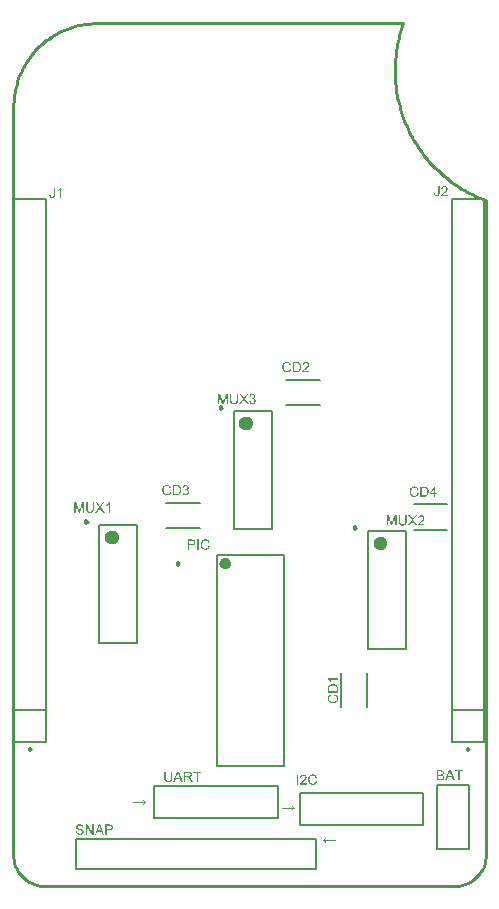
<source format=gto>
G04*
G04 #@! TF.GenerationSoftware,Altium Limited,Altium Designer,22.7.1 (60)*
G04*
G04 Layer_Color=65535*
%FSLAX44Y44*%
%MOMM*%
G71*
G04*
G04 #@! TF.SameCoordinates,868842FB-CB56-49F4-92B6-46A9E27D1440*
G04*
G04*
G04 #@! TF.FilePolarity,Positive*
G04*
G01*
G75*
%ADD10C,0.6000*%
%ADD11C,0.2500*%
%ADD12C,0.5000*%
%ADD13C,0.2540*%
%ADD14C,0.2000*%
G36*
X110252Y72770D02*
X110277Y72745D01*
X110314Y72708D01*
X110376Y72646D01*
X110438Y72571D01*
X110512Y72497D01*
X110698Y72311D01*
X110909Y72100D01*
X111132Y71877D01*
X111355Y71679D01*
X111578Y71493D01*
X111590D01*
X111603Y71468D01*
X111677Y71418D01*
X111789Y71344D01*
X111925Y71245D01*
X112086Y71133D01*
X112272Y71022D01*
X112471Y70923D01*
X112656Y70836D01*
Y70576D01*
X112644D01*
X112632Y70563D01*
X112557Y70526D01*
X112446Y70464D01*
X112297Y70377D01*
X112123Y70278D01*
X111938Y70154D01*
X111739Y70018D01*
X111529Y69857D01*
X111504Y69832D01*
X111429Y69782D01*
X111318Y69671D01*
X111157Y69534D01*
X110971Y69361D01*
X110748Y69138D01*
X110500Y68878D01*
X110227Y68580D01*
X109781D01*
X109793Y68592D01*
X109806Y68630D01*
X109830Y68692D01*
X109880Y68778D01*
X109930Y68878D01*
X109992Y68989D01*
X110054Y69113D01*
X110128Y69249D01*
X110301Y69534D01*
X110500Y69844D01*
X110710Y70129D01*
X110822Y70266D01*
X110934Y70390D01*
X101600D01*
Y70972D01*
X110934D01*
Y70985D01*
X110909Y70997D01*
X110859Y71071D01*
X110785Y71171D01*
X110686Y71294D01*
X110587Y71431D01*
X110487Y71567D01*
X110388Y71704D01*
X110314Y71815D01*
X110301Y71828D01*
X110277Y71865D01*
X110239Y71939D01*
X110190Y72038D01*
X110115Y72175D01*
X110016Y72336D01*
X109917Y72547D01*
X109793Y72782D01*
X110239D01*
X110252Y72770D01*
D02*
G37*
G36*
X235982Y67690D02*
X236007Y67665D01*
X236044Y67628D01*
X236106Y67566D01*
X236168Y67491D01*
X236242Y67417D01*
X236428Y67231D01*
X236639Y67020D01*
X236862Y66797D01*
X237085Y66599D01*
X237308Y66413D01*
X237320D01*
X237333Y66388D01*
X237407Y66339D01*
X237519Y66264D01*
X237655Y66165D01*
X237816Y66053D01*
X238002Y65942D01*
X238201Y65843D01*
X238386Y65756D01*
Y65496D01*
X238374D01*
X238362Y65483D01*
X238287Y65446D01*
X238176Y65384D01*
X238027Y65297D01*
X237854Y65198D01*
X237668Y65074D01*
X237469Y64938D01*
X237259Y64777D01*
X237234Y64752D01*
X237159Y64702D01*
X237048Y64591D01*
X236887Y64454D01*
X236701Y64281D01*
X236478Y64058D01*
X236230Y63797D01*
X235957Y63500D01*
X235511D01*
X235523Y63512D01*
X235536Y63550D01*
X235560Y63612D01*
X235610Y63698D01*
X235660Y63797D01*
X235722Y63909D01*
X235784Y64033D01*
X235858Y64169D01*
X236031Y64454D01*
X236230Y64764D01*
X236441Y65049D01*
X236552Y65186D01*
X236664Y65310D01*
X227330D01*
Y65892D01*
X236664D01*
Y65905D01*
X236639Y65917D01*
X236589Y65991D01*
X236515Y66091D01*
X236416Y66214D01*
X236317Y66351D01*
X236217Y66487D01*
X236118Y66624D01*
X236044Y66735D01*
X236031Y66747D01*
X236007Y66785D01*
X235970Y66859D01*
X235920Y66958D01*
X235846Y67095D01*
X235746Y67256D01*
X235647Y67467D01*
X235523Y67702D01*
X235970D01*
X235982Y67690D01*
D02*
G37*
G36*
X264869Y40640D02*
X264857Y40628D01*
X264844Y40590D01*
X264820Y40528D01*
X264770Y40442D01*
X264720Y40342D01*
X264658Y40231D01*
X264597Y40107D01*
X264522Y39971D01*
X264349Y39686D01*
X264150Y39376D01*
X263939Y39091D01*
X263828Y38954D01*
X263716Y38830D01*
X273050D01*
Y38248D01*
X263716D01*
Y38235D01*
X263741Y38223D01*
X263791Y38149D01*
X263865Y38049D01*
X263964Y37926D01*
X264063Y37789D01*
X264163Y37653D01*
X264262Y37516D01*
X264336Y37405D01*
X264349Y37392D01*
X264373Y37355D01*
X264410Y37281D01*
X264460Y37182D01*
X264534Y37045D01*
X264634Y36884D01*
X264733Y36674D01*
X264857Y36438D01*
X264410D01*
X264398Y36450D01*
X264373Y36475D01*
X264336Y36512D01*
X264274Y36574D01*
X264212Y36649D01*
X264138Y36723D01*
X263952Y36909D01*
X263741Y37120D01*
X263518Y37343D01*
X263295Y37541D01*
X263072Y37727D01*
X263060D01*
X263047Y37752D01*
X262973Y37801D01*
X262861Y37876D01*
X262725Y37975D01*
X262564Y38087D01*
X262378Y38198D01*
X262179Y38297D01*
X261994Y38384D01*
Y38644D01*
X262006D01*
X262018Y38657D01*
X262093Y38694D01*
X262204Y38756D01*
X262353Y38843D01*
X262526Y38942D01*
X262712Y39066D01*
X262911Y39202D01*
X263121Y39363D01*
X263146Y39388D01*
X263221Y39438D01*
X263332Y39549D01*
X263493Y39686D01*
X263679Y39859D01*
X263902Y40082D01*
X264150Y40342D01*
X264423Y40640D01*
X264869D01*
D02*
G37*
G36*
X339786Y338152D02*
X339897Y338139D01*
X340033Y338127D01*
X340170Y338115D01*
X340331Y338078D01*
X340666Y338003D01*
X341037Y337892D01*
X341223Y337817D01*
X341397Y337730D01*
X341571Y337619D01*
X341744Y337507D01*
X341756Y337495D01*
X341781Y337482D01*
X341831Y337445D01*
X341893Y337383D01*
X341955Y337321D01*
X342042Y337235D01*
X342128Y337135D01*
X342227Y337036D01*
X342327Y336912D01*
X342426Y336764D01*
X342537Y336615D01*
X342636Y336454D01*
X342723Y336268D01*
X342822Y336082D01*
X342897Y335883D01*
X342971Y335660D01*
X341856Y335400D01*
Y335412D01*
X341843Y335437D01*
X341818Y335487D01*
X341794Y335549D01*
X341769Y335623D01*
X341732Y335722D01*
X341632Y335921D01*
X341508Y336144D01*
X341360Y336367D01*
X341174Y336578D01*
X340975Y336764D01*
X340951Y336788D01*
X340876Y336838D01*
X340752Y336900D01*
X340591Y336987D01*
X340381Y337061D01*
X340145Y337135D01*
X339860Y337185D01*
X339550Y337197D01*
X339451D01*
X339389Y337185D01*
X339302D01*
X339203Y337173D01*
X338968Y337135D01*
X338707Y337086D01*
X338434Y336999D01*
X338149Y336875D01*
X337889Y336714D01*
X337877D01*
X337864Y336689D01*
X337777Y336627D01*
X337666Y336528D01*
X337530Y336379D01*
X337369Y336193D01*
X337220Y335983D01*
X337083Y335722D01*
X336959Y335437D01*
Y335425D01*
X336947Y335400D01*
X336935Y335363D01*
X336922Y335301D01*
X336898Y335227D01*
X336873Y335140D01*
X336836Y334929D01*
X336786Y334681D01*
X336736Y334408D01*
X336712Y334111D01*
X336699Y333789D01*
Y333776D01*
Y333739D01*
Y333677D01*
Y333603D01*
X336712Y333516D01*
Y333405D01*
X336724Y333280D01*
X336736Y333144D01*
X336773Y332847D01*
X336836Y332524D01*
X336910Y332202D01*
X337009Y331880D01*
Y331867D01*
X337021Y331843D01*
X337046Y331805D01*
X337071Y331744D01*
X337145Y331595D01*
X337257Y331421D01*
X337393Y331223D01*
X337567Y331012D01*
X337765Y330826D01*
X338001Y330653D01*
X338013D01*
X338038Y330640D01*
X338075Y330616D01*
X338125Y330591D01*
X338187Y330566D01*
X338261Y330529D01*
X338434Y330454D01*
X338658Y330380D01*
X338905Y330318D01*
X339178Y330269D01*
X339463Y330256D01*
X339550D01*
X339624Y330269D01*
X339711D01*
X339798Y330281D01*
X340021Y330331D01*
X340281Y330392D01*
X340542Y330492D01*
X340814Y330628D01*
X340951Y330702D01*
X341075Y330802D01*
X341087Y330814D01*
X341099Y330826D01*
X341137Y330863D01*
X341186Y330901D01*
X341236Y330963D01*
X341298Y331037D01*
X341372Y331111D01*
X341434Y331211D01*
X341508Y331322D01*
X341595Y331446D01*
X341670Y331570D01*
X341744Y331719D01*
X341806Y331880D01*
X341868Y332053D01*
X341930Y332239D01*
X341979Y332438D01*
X343120Y332152D01*
Y332140D01*
X343107Y332091D01*
X343083Y332016D01*
X343046Y331917D01*
X343008Y331805D01*
X342959Y331669D01*
X342897Y331520D01*
X342822Y331359D01*
X342649Y331012D01*
X342426Y330665D01*
X342289Y330492D01*
X342153Y330318D01*
X342004Y330169D01*
X341831Y330021D01*
X341818Y330008D01*
X341794Y329983D01*
X341732Y329959D01*
X341670Y329909D01*
X341571Y329847D01*
X341471Y329785D01*
X341335Y329723D01*
X341199Y329661D01*
X341037Y329587D01*
X340864Y329525D01*
X340678Y329463D01*
X340480Y329401D01*
X340269Y329351D01*
X340046Y329326D01*
X339810Y329302D01*
X339562Y329289D01*
X339426D01*
X339327Y329302D01*
X339215D01*
X339079Y329314D01*
X338930Y329339D01*
X338757Y329364D01*
X338397Y329426D01*
X338025Y329525D01*
X337654Y329661D01*
X337480Y329748D01*
X337307Y329847D01*
X337294Y329859D01*
X337269Y329872D01*
X337220Y329909D01*
X337170Y329959D01*
X337096Y330008D01*
X337009Y330083D01*
X336910Y330169D01*
X336811Y330269D01*
X336712Y330380D01*
X336600Y330492D01*
X336377Y330777D01*
X336166Y331111D01*
X335980Y331483D01*
Y331496D01*
X335955Y331533D01*
X335943Y331595D01*
X335906Y331669D01*
X335881Y331768D01*
X335844Y331892D01*
X335794Y332029D01*
X335757Y332177D01*
X335720Y332338D01*
X335670Y332524D01*
X335608Y332909D01*
X335559Y333343D01*
X335534Y333789D01*
Y333801D01*
Y333851D01*
Y333925D01*
X335546Y334012D01*
Y334136D01*
X335559Y334260D01*
X335571Y334421D01*
X335596Y334582D01*
X335658Y334941D01*
X335745Y335338D01*
X335869Y335735D01*
X336042Y336119D01*
X336055Y336131D01*
X336067Y336169D01*
X336092Y336218D01*
X336141Y336280D01*
X336191Y336367D01*
X336253Y336466D01*
X336414Y336689D01*
X336625Y336937D01*
X336873Y337185D01*
X337158Y337433D01*
X337492Y337644D01*
X337505Y337656D01*
X337542Y337668D01*
X337592Y337693D01*
X337654Y337730D01*
X337753Y337768D01*
X337852Y337805D01*
X337976Y337854D01*
X338112Y337904D01*
X338261Y337953D01*
X338422Y338003D01*
X338769Y338078D01*
X339166Y338139D01*
X339575Y338164D01*
X339699D01*
X339786Y338152D01*
D02*
G37*
G36*
X357164Y332462D02*
X358329D01*
Y331496D01*
X357164D01*
Y329438D01*
X356110D01*
Y331496D01*
X352379D01*
Y332462D01*
X356308Y338016D01*
X357164D01*
Y332462D01*
D02*
G37*
G36*
X348041Y338003D02*
X348289Y337991D01*
X348537Y337966D01*
X348784Y337929D01*
X348995Y337892D01*
X349008D01*
X349032Y337879D01*
X349070D01*
X349119Y337854D01*
X349255Y337817D01*
X349429Y337755D01*
X349627Y337668D01*
X349838Y337557D01*
X350049Y337433D01*
X350247Y337272D01*
X350260Y337259D01*
X350272Y337247D01*
X350309Y337210D01*
X350359Y337173D01*
X350483Y337049D01*
X350631Y336875D01*
X350793Y336664D01*
X350966Y336417D01*
X351127Y336131D01*
X351264Y335809D01*
Y335797D01*
X351276Y335772D01*
X351301Y335722D01*
X351313Y335648D01*
X351350Y335561D01*
X351375Y335462D01*
X351400Y335350D01*
X351437Y335214D01*
X351474Y335078D01*
X351499Y334917D01*
X351561Y334570D01*
X351598Y334185D01*
X351611Y333764D01*
Y333751D01*
Y333727D01*
Y333665D01*
Y333603D01*
X351598Y333516D01*
Y333417D01*
X351586Y333181D01*
X351549Y332909D01*
X351511Y332624D01*
X351449Y332326D01*
X351375Y332029D01*
Y332016D01*
X351363Y331991D01*
X351350Y331954D01*
X351338Y331905D01*
X351288Y331768D01*
X351214Y331595D01*
X351140Y331396D01*
X351040Y331198D01*
X350916Y330987D01*
X350793Y330789D01*
X350780Y330764D01*
X350731Y330702D01*
X350656Y330616D01*
X350557Y330504D01*
X350445Y330380D01*
X350309Y330256D01*
X350173Y330120D01*
X350012Y330008D01*
X349987Y329996D01*
X349937Y329959D01*
X349851Y329909D01*
X349726Y329847D01*
X349578Y329773D01*
X349404Y329711D01*
X349206Y329636D01*
X348983Y329574D01*
X348958D01*
X348921Y329562D01*
X348884Y329550D01*
X348760Y329537D01*
X348586Y329512D01*
X348388Y329488D01*
X348152Y329463D01*
X347892Y329450D01*
X347607Y329438D01*
X344520D01*
Y338016D01*
X347818D01*
X348041Y338003D01*
D02*
G37*
G36*
X130236Y339422D02*
X130347Y339409D01*
X130484Y339397D01*
X130620Y339385D01*
X130781Y339347D01*
X131116Y339273D01*
X131488Y339161D01*
X131673Y339087D01*
X131847Y339000D01*
X132021Y338889D01*
X132194Y338777D01*
X132206Y338765D01*
X132231Y338753D01*
X132281Y338715D01*
X132343Y338653D01*
X132405Y338591D01*
X132492Y338505D01*
X132578Y338405D01*
X132677Y338306D01*
X132777Y338182D01*
X132876Y338034D01*
X132987Y337885D01*
X133086Y337724D01*
X133173Y337538D01*
X133272Y337352D01*
X133347Y337154D01*
X133421Y336930D01*
X132306Y336670D01*
Y336683D01*
X132293Y336707D01*
X132268Y336757D01*
X132244Y336819D01*
X132219Y336893D01*
X132182Y336992D01*
X132082Y337191D01*
X131959Y337414D01*
X131810Y337637D01*
X131624Y337848D01*
X131426Y338034D01*
X131401Y338058D01*
X131326Y338108D01*
X131202Y338170D01*
X131041Y338257D01*
X130830Y338331D01*
X130595Y338405D01*
X130310Y338455D01*
X130000Y338467D01*
X129901D01*
X129839Y338455D01*
X129752D01*
X129653Y338443D01*
X129417Y338405D01*
X129157Y338356D01*
X128884Y338269D01*
X128599Y338145D01*
X128339Y337984D01*
X128327D01*
X128314Y337959D01*
X128228Y337897D01*
X128116Y337798D01*
X127980Y337649D01*
X127818Y337463D01*
X127670Y337253D01*
X127533Y336992D01*
X127409Y336707D01*
Y336695D01*
X127397Y336670D01*
X127385Y336633D01*
X127372Y336571D01*
X127347Y336497D01*
X127323Y336410D01*
X127285Y336199D01*
X127236Y335951D01*
X127186Y335678D01*
X127162Y335381D01*
X127149Y335059D01*
Y335046D01*
Y335009D01*
Y334947D01*
Y334873D01*
X127162Y334786D01*
Y334674D01*
X127174Y334551D01*
X127186Y334414D01*
X127224Y334117D01*
X127285Y333794D01*
X127360Y333472D01*
X127459Y333150D01*
Y333138D01*
X127471Y333113D01*
X127496Y333075D01*
X127521Y333013D01*
X127595Y332865D01*
X127707Y332691D01*
X127843Y332493D01*
X128017Y332282D01*
X128215Y332096D01*
X128451Y331923D01*
X128463D01*
X128488Y331910D01*
X128525Y331885D01*
X128575Y331861D01*
X128637Y331836D01*
X128711Y331799D01*
X128884Y331724D01*
X129108Y331650D01*
X129355Y331588D01*
X129628Y331539D01*
X129913Y331526D01*
X130000D01*
X130074Y331539D01*
X130161D01*
X130248Y331551D01*
X130471Y331600D01*
X130731Y331662D01*
X130992Y331762D01*
X131264Y331898D01*
X131401Y331972D01*
X131525Y332071D01*
X131537Y332084D01*
X131549Y332096D01*
X131587Y332133D01*
X131636Y332171D01*
X131686Y332233D01*
X131748Y332307D01*
X131822Y332381D01*
X131884Y332481D01*
X131959Y332592D01*
X132045Y332716D01*
X132120Y332840D01*
X132194Y332989D01*
X132256Y333150D01*
X132318Y333323D01*
X132380Y333509D01*
X132430Y333708D01*
X133570Y333423D01*
Y333410D01*
X133558Y333361D01*
X133533Y333286D01*
X133496Y333187D01*
X133458Y333075D01*
X133409Y332939D01*
X133347Y332790D01*
X133272Y332629D01*
X133099Y332282D01*
X132876Y331935D01*
X132739Y331762D01*
X132603Y331588D01*
X132454Y331439D01*
X132281Y331291D01*
X132268Y331278D01*
X132244Y331253D01*
X132182Y331229D01*
X132120Y331179D01*
X132021Y331117D01*
X131921Y331055D01*
X131785Y330993D01*
X131649Y330931D01*
X131488Y330857D01*
X131314Y330795D01*
X131128Y330733D01*
X130930Y330671D01*
X130719Y330621D01*
X130496Y330596D01*
X130260Y330572D01*
X130012Y330559D01*
X129876D01*
X129777Y330572D01*
X129665D01*
X129529Y330584D01*
X129380Y330609D01*
X129207Y330634D01*
X128847Y330696D01*
X128475Y330795D01*
X128104Y330931D01*
X127930Y331018D01*
X127757Y331117D01*
X127744Y331129D01*
X127719Y331142D01*
X127670Y331179D01*
X127620Y331229D01*
X127546Y331278D01*
X127459Y331353D01*
X127360Y331439D01*
X127261Y331539D01*
X127162Y331650D01*
X127050Y331762D01*
X126827Y332047D01*
X126616Y332381D01*
X126430Y332753D01*
Y332766D01*
X126405Y332803D01*
X126393Y332865D01*
X126356Y332939D01*
X126331Y333038D01*
X126294Y333162D01*
X126244Y333299D01*
X126207Y333447D01*
X126170Y333609D01*
X126120Y333794D01*
X126058Y334179D01*
X126009Y334613D01*
X125984Y335059D01*
Y335071D01*
Y335121D01*
Y335195D01*
X125996Y335282D01*
Y335406D01*
X126009Y335530D01*
X126021Y335691D01*
X126046Y335852D01*
X126108Y336212D01*
X126195Y336608D01*
X126319Y337005D01*
X126492Y337389D01*
X126505Y337401D01*
X126517Y337439D01*
X126542Y337488D01*
X126591Y337550D01*
X126641Y337637D01*
X126703Y337736D01*
X126864Y337959D01*
X127075Y338207D01*
X127323Y338455D01*
X127608Y338703D01*
X127942Y338914D01*
X127955Y338926D01*
X127992Y338938D01*
X128042Y338963D01*
X128104Y339000D01*
X128203Y339038D01*
X128302Y339075D01*
X128426Y339124D01*
X128562Y339174D01*
X128711Y339224D01*
X128872Y339273D01*
X129219Y339347D01*
X129616Y339409D01*
X130025Y339434D01*
X130149D01*
X130236Y339422D01*
D02*
G37*
G36*
X146139Y339310D02*
X146300Y339286D01*
X146498Y339248D01*
X146721Y339186D01*
X146944Y339112D01*
X147167Y339013D01*
X147180D01*
X147192Y339000D01*
X147267Y338963D01*
X147378Y338889D01*
X147502Y338802D01*
X147651Y338678D01*
X147800Y338542D01*
X147948Y338381D01*
X148072Y338195D01*
X148085Y338170D01*
X148122Y338108D01*
X148171Y337996D01*
X148233Y337860D01*
X148295Y337699D01*
X148345Y337513D01*
X148382Y337302D01*
X148394Y337091D01*
Y337067D01*
Y336992D01*
X148382Y336893D01*
X148357Y336757D01*
X148320Y336596D01*
X148258Y336422D01*
X148184Y336249D01*
X148085Y336075D01*
X148072Y336050D01*
X148035Y336001D01*
X147961Y335914D01*
X147861Y335815D01*
X147738Y335703D01*
X147589Y335579D01*
X147415Y335468D01*
X147205Y335356D01*
X147217D01*
X147242Y335344D01*
X147279Y335331D01*
X147329Y335319D01*
X147465Y335269D01*
X147638Y335195D01*
X147837Y335096D01*
X148035Y334972D01*
X148221Y334811D01*
X148394Y334625D01*
X148407Y334600D01*
X148456Y334526D01*
X148531Y334402D01*
X148605Y334241D01*
X148680Y334042D01*
X148754Y333807D01*
X148804Y333534D01*
X148816Y333237D01*
Y333224D01*
Y333187D01*
Y333125D01*
X148804Y333051D01*
X148791Y332952D01*
X148766Y332840D01*
X148742Y332716D01*
X148717Y332580D01*
X148618Y332282D01*
X148543Y332121D01*
X148469Y331972D01*
X148370Y331811D01*
X148258Y331650D01*
X148134Y331489D01*
X147985Y331340D01*
X147973Y331328D01*
X147948Y331303D01*
X147899Y331266D01*
X147837Y331216D01*
X147762Y331154D01*
X147663Y331092D01*
X147552Y331018D01*
X147415Y330956D01*
X147279Y330882D01*
X147118Y330807D01*
X146957Y330745D01*
X146771Y330683D01*
X146572Y330634D01*
X146362Y330596D01*
X146151Y330572D01*
X145915Y330559D01*
X145804D01*
X145730Y330572D01*
X145630Y330584D01*
X145519Y330596D01*
X145395Y330621D01*
X145259Y330646D01*
X144961Y330720D01*
X144651Y330844D01*
X144490Y330919D01*
X144341Y331006D01*
X144192Y331117D01*
X144044Y331229D01*
X144031Y331241D01*
X144007Y331266D01*
X143969Y331303D01*
X143932Y331353D01*
X143870Y331414D01*
X143808Y331501D01*
X143734Y331588D01*
X143660Y331700D01*
X143585Y331824D01*
X143511Y331948D01*
X143375Y332245D01*
X143263Y332592D01*
X143226Y332778D01*
X143201Y332976D01*
X144255Y333113D01*
Y333100D01*
X144267Y333075D01*
X144279Y333026D01*
X144292Y332964D01*
X144304Y332890D01*
X144329Y332803D01*
X144391Y332617D01*
X144478Y332394D01*
X144589Y332183D01*
X144713Y331985D01*
X144862Y331811D01*
X144887Y331799D01*
X144936Y331749D01*
X145035Y331687D01*
X145159Y331625D01*
X145308Y331551D01*
X145494Y331489D01*
X145705Y331439D01*
X145928Y331427D01*
X146002D01*
X146052Y331439D01*
X146188Y331452D01*
X146362Y331489D01*
X146560Y331551D01*
X146771Y331638D01*
X146981Y331762D01*
X147180Y331935D01*
X147205Y331960D01*
X147267Y332034D01*
X147341Y332146D01*
X147440Y332295D01*
X147539Y332481D01*
X147614Y332691D01*
X147676Y332939D01*
X147700Y333212D01*
Y333224D01*
Y333249D01*
Y333286D01*
X147688Y333336D01*
X147676Y333472D01*
X147638Y333633D01*
X147589Y333832D01*
X147502Y334030D01*
X147378Y334228D01*
X147217Y334414D01*
X147192Y334439D01*
X147130Y334488D01*
X147031Y334563D01*
X146895Y334650D01*
X146721Y334736D01*
X146510Y334811D01*
X146275Y334860D01*
X146015Y334885D01*
X145903D01*
X145816Y334873D01*
X145705Y334860D01*
X145581Y334836D01*
X145432Y334811D01*
X145271Y334774D01*
X145395Y335703D01*
X145457D01*
X145506Y335691D01*
X145668D01*
X145804Y335716D01*
X145965Y335741D01*
X146151Y335778D01*
X146362Y335840D01*
X146560Y335926D01*
X146771Y336038D01*
X146783D01*
X146796Y336050D01*
X146858Y336100D01*
X146944Y336187D01*
X147043Y336298D01*
X147143Y336459D01*
X147229Y336645D01*
X147291Y336856D01*
X147316Y336980D01*
Y337116D01*
Y337129D01*
Y337141D01*
Y337215D01*
X147291Y337315D01*
X147267Y337451D01*
X147217Y337600D01*
X147155Y337761D01*
X147056Y337922D01*
X146919Y338071D01*
X146907Y338083D01*
X146845Y338133D01*
X146758Y338195D01*
X146647Y338269D01*
X146498Y338331D01*
X146325Y338393D01*
X146126Y338443D01*
X145903Y338455D01*
X145804D01*
X145692Y338430D01*
X145544Y338405D01*
X145382Y338356D01*
X145221Y338294D01*
X145048Y338195D01*
X144887Y338071D01*
X144874Y338058D01*
X144825Y337996D01*
X144750Y337910D01*
X144664Y337786D01*
X144577Y337625D01*
X144490Y337426D01*
X144416Y337191D01*
X144366Y336918D01*
X143313Y337104D01*
Y337116D01*
X143325Y337154D01*
X143337Y337203D01*
X143350Y337277D01*
X143375Y337364D01*
X143412Y337463D01*
X143486Y337699D01*
X143610Y337972D01*
X143759Y338244D01*
X143945Y338505D01*
X144180Y338740D01*
X144192Y338753D01*
X144217Y338765D01*
X144255Y338790D01*
X144304Y338827D01*
X144366Y338876D01*
X144453Y338926D01*
X144540Y338976D01*
X144651Y339038D01*
X144899Y339137D01*
X145184Y339236D01*
X145519Y339298D01*
X145692Y339323D01*
X146002D01*
X146139Y339310D01*
D02*
G37*
G36*
X138491Y339273D02*
X138739Y339261D01*
X138987Y339236D01*
X139235Y339199D01*
X139445Y339161D01*
X139458D01*
X139482Y339149D01*
X139520D01*
X139569Y339124D01*
X139705Y339087D01*
X139879Y339025D01*
X140077Y338938D01*
X140288Y338827D01*
X140499Y338703D01*
X140697Y338542D01*
X140709Y338529D01*
X140722Y338517D01*
X140759Y338480D01*
X140809Y338443D01*
X140933Y338319D01*
X141081Y338145D01*
X141243Y337934D01*
X141416Y337687D01*
X141577Y337401D01*
X141713Y337079D01*
Y337067D01*
X141726Y337042D01*
X141751Y336992D01*
X141763Y336918D01*
X141800Y336831D01*
X141825Y336732D01*
X141850Y336620D01*
X141887Y336484D01*
X141924Y336348D01*
X141949Y336187D01*
X142011Y335840D01*
X142048Y335455D01*
X142061Y335034D01*
Y335022D01*
Y334997D01*
Y334935D01*
Y334873D01*
X142048Y334786D01*
Y334687D01*
X142036Y334451D01*
X141999Y334179D01*
X141961Y333894D01*
X141899Y333596D01*
X141825Y333299D01*
Y333286D01*
X141813Y333261D01*
X141800Y333224D01*
X141788Y333175D01*
X141738Y333038D01*
X141664Y332865D01*
X141590Y332666D01*
X141490Y332468D01*
X141366Y332257D01*
X141243Y332059D01*
X141230Y332034D01*
X141180Y331972D01*
X141106Y331885D01*
X141007Y331774D01*
X140895Y331650D01*
X140759Y331526D01*
X140623Y331390D01*
X140462Y331278D01*
X140437Y331266D01*
X140387Y331229D01*
X140301Y331179D01*
X140176Y331117D01*
X140028Y331043D01*
X139854Y330981D01*
X139656Y330906D01*
X139433Y330844D01*
X139408D01*
X139371Y330832D01*
X139334Y330820D01*
X139210Y330807D01*
X139036Y330782D01*
X138838Y330758D01*
X138602Y330733D01*
X138342Y330720D01*
X138057Y330708D01*
X134971D01*
Y339286D01*
X138268D01*
X138491Y339273D01*
D02*
G37*
G36*
X231836Y443562D02*
X231947Y443549D01*
X232083Y443537D01*
X232220Y443525D01*
X232381Y443488D01*
X232716Y443413D01*
X233088Y443302D01*
X233273Y443227D01*
X233447Y443140D01*
X233620Y443029D01*
X233794Y442917D01*
X233806Y442905D01*
X233831Y442892D01*
X233881Y442855D01*
X233943Y442793D01*
X234005Y442731D01*
X234091Y442645D01*
X234178Y442545D01*
X234277Y442446D01*
X234377Y442322D01*
X234476Y442174D01*
X234587Y442025D01*
X234686Y441864D01*
X234773Y441678D01*
X234872Y441492D01*
X234947Y441293D01*
X235021Y441070D01*
X233906Y440810D01*
Y440822D01*
X233893Y440847D01*
X233868Y440897D01*
X233844Y440959D01*
X233819Y441033D01*
X233782Y441132D01*
X233682Y441331D01*
X233559Y441554D01*
X233410Y441777D01*
X233224Y441988D01*
X233025Y442174D01*
X233001Y442198D01*
X232926Y442248D01*
X232802Y442310D01*
X232641Y442397D01*
X232430Y442471D01*
X232195Y442545D01*
X231910Y442595D01*
X231600Y442607D01*
X231501D01*
X231439Y442595D01*
X231352D01*
X231253Y442583D01*
X231017Y442545D01*
X230757Y442496D01*
X230485Y442409D01*
X230199Y442285D01*
X229939Y442124D01*
X229927D01*
X229914Y442099D01*
X229827Y442037D01*
X229716Y441938D01*
X229580Y441789D01*
X229419Y441603D01*
X229270Y441393D01*
X229133Y441132D01*
X229009Y440847D01*
Y440835D01*
X228997Y440810D01*
X228985Y440773D01*
X228972Y440711D01*
X228948Y440637D01*
X228923Y440550D01*
X228885Y440339D01*
X228836Y440091D01*
X228786Y439818D01*
X228762Y439521D01*
X228749Y439199D01*
Y439186D01*
Y439149D01*
Y439087D01*
Y439013D01*
X228762Y438926D01*
Y438815D01*
X228774Y438690D01*
X228786Y438554D01*
X228824Y438257D01*
X228885Y437934D01*
X228960Y437612D01*
X229059Y437290D01*
Y437277D01*
X229071Y437253D01*
X229096Y437215D01*
X229121Y437154D01*
X229195Y437005D01*
X229307Y436831D01*
X229443Y436633D01*
X229617Y436422D01*
X229815Y436236D01*
X230051Y436063D01*
X230063D01*
X230088Y436050D01*
X230125Y436026D01*
X230175Y436001D01*
X230237Y435976D01*
X230311Y435939D01*
X230485Y435864D01*
X230708Y435790D01*
X230956Y435728D01*
X231228Y435678D01*
X231513Y435666D01*
X231600D01*
X231674Y435678D01*
X231761D01*
X231848Y435691D01*
X232071Y435741D01*
X232331Y435802D01*
X232592Y435902D01*
X232864Y436038D01*
X233001Y436112D01*
X233125Y436212D01*
X233137Y436224D01*
X233149Y436236D01*
X233187Y436273D01*
X233236Y436311D01*
X233286Y436373D01*
X233348Y436447D01*
X233422Y436521D01*
X233484Y436620D01*
X233559Y436732D01*
X233645Y436856D01*
X233720Y436980D01*
X233794Y437129D01*
X233856Y437290D01*
X233918Y437463D01*
X233980Y437649D01*
X234030Y437848D01*
X235170Y437562D01*
Y437550D01*
X235158Y437501D01*
X235133Y437426D01*
X235096Y437327D01*
X235058Y437215D01*
X235009Y437079D01*
X234947Y436930D01*
X234872Y436769D01*
X234699Y436422D01*
X234476Y436075D01*
X234339Y435902D01*
X234203Y435728D01*
X234054Y435579D01*
X233881Y435431D01*
X233868Y435418D01*
X233844Y435393D01*
X233782Y435369D01*
X233720Y435319D01*
X233620Y435257D01*
X233521Y435195D01*
X233385Y435133D01*
X233249Y435071D01*
X233088Y434997D01*
X232914Y434935D01*
X232728Y434873D01*
X232530Y434811D01*
X232319Y434761D01*
X232096Y434736D01*
X231860Y434712D01*
X231612Y434699D01*
X231476D01*
X231377Y434712D01*
X231265D01*
X231129Y434724D01*
X230980Y434749D01*
X230807Y434774D01*
X230447Y434836D01*
X230075Y434935D01*
X229704Y435071D01*
X229530Y435158D01*
X229356Y435257D01*
X229344Y435269D01*
X229319Y435282D01*
X229270Y435319D01*
X229220Y435369D01*
X229146Y435418D01*
X229059Y435493D01*
X228960Y435579D01*
X228861Y435678D01*
X228762Y435790D01*
X228650Y435902D01*
X228427Y436187D01*
X228216Y436521D01*
X228030Y436893D01*
Y436906D01*
X228005Y436943D01*
X227993Y437005D01*
X227956Y437079D01*
X227931Y437178D01*
X227894Y437302D01*
X227844Y437439D01*
X227807Y437587D01*
X227770Y437748D01*
X227720Y437934D01*
X227658Y438319D01*
X227609Y438753D01*
X227584Y439199D01*
Y439211D01*
Y439261D01*
Y439335D01*
X227596Y439422D01*
Y439546D01*
X227609Y439670D01*
X227621Y439831D01*
X227646Y439992D01*
X227708Y440351D01*
X227795Y440748D01*
X227919Y441145D01*
X228092Y441529D01*
X228105Y441541D01*
X228117Y441579D01*
X228142Y441628D01*
X228191Y441690D01*
X228241Y441777D01*
X228303Y441876D01*
X228464Y442099D01*
X228675Y442347D01*
X228923Y442595D01*
X229208Y442843D01*
X229542Y443054D01*
X229555Y443066D01*
X229592Y443078D01*
X229642Y443103D01*
X229704Y443140D01*
X229803Y443178D01*
X229902Y443215D01*
X230026Y443264D01*
X230162Y443314D01*
X230311Y443363D01*
X230472Y443413D01*
X230819Y443488D01*
X231216Y443549D01*
X231625Y443574D01*
X231749D01*
X231836Y443562D01*
D02*
G37*
G36*
X247838Y443450D02*
X247937Y443438D01*
X248061Y443425D01*
X248197Y443401D01*
X248334Y443376D01*
X248656Y443289D01*
X248978Y443165D01*
X249139Y443091D01*
X249300Y443004D01*
X249449Y442892D01*
X249585Y442769D01*
X249598Y442756D01*
X249623Y442744D01*
X249648Y442694D01*
X249697Y442645D01*
X249759Y442583D01*
X249821Y442496D01*
X249883Y442409D01*
X249957Y442298D01*
X250081Y442062D01*
X250205Y441764D01*
X250255Y441616D01*
X250280Y441442D01*
X250304Y441269D01*
X250317Y441083D01*
Y441058D01*
Y440996D01*
X250304Y440897D01*
X250292Y440760D01*
X250267Y440612D01*
X250218Y440438D01*
X250168Y440252D01*
X250094Y440066D01*
X250081Y440042D01*
X250056Y439980D01*
X250007Y439880D01*
X249932Y439744D01*
X249833Y439595D01*
X249709Y439409D01*
X249561Y439224D01*
X249387Y439013D01*
X249362Y438988D01*
X249300Y438914D01*
X249238Y438852D01*
X249176Y438790D01*
X249102Y438715D01*
X249003Y438616D01*
X248904Y438517D01*
X248780Y438405D01*
X248656Y438282D01*
X248507Y438145D01*
X248346Y438009D01*
X248172Y437848D01*
X247974Y437687D01*
X247776Y437513D01*
X247763Y437501D01*
X247739Y437476D01*
X247689Y437439D01*
X247627Y437389D01*
X247553Y437315D01*
X247466Y437240D01*
X247268Y437079D01*
X247057Y436893D01*
X246859Y436707D01*
X246685Y436546D01*
X246611Y436484D01*
X246549Y436422D01*
X246536Y436410D01*
X246499Y436373D01*
X246450Y436323D01*
X246388Y436249D01*
X246325Y436162D01*
X246251Y436075D01*
X246102Y435864D01*
X250329D01*
Y434848D01*
X244640D01*
Y434860D01*
Y434910D01*
Y434984D01*
X244652Y435084D01*
X244665Y435195D01*
X244689Y435319D01*
X244714Y435443D01*
X244764Y435579D01*
Y435592D01*
X244776Y435604D01*
X244801Y435678D01*
X244851Y435790D01*
X244925Y435939D01*
X245024Y436112D01*
X245148Y436311D01*
X245284Y436509D01*
X245458Y436720D01*
Y436732D01*
X245483Y436744D01*
X245545Y436819D01*
X245656Y436930D01*
X245817Y437091D01*
X246003Y437277D01*
X246239Y437501D01*
X246524Y437748D01*
X246834Y438009D01*
X246846Y438021D01*
X246896Y438058D01*
X246970Y438120D01*
X247057Y438195D01*
X247168Y438294D01*
X247305Y438405D01*
X247441Y438529D01*
X247602Y438666D01*
X247912Y438963D01*
X248222Y439261D01*
X248371Y439409D01*
X248507Y439558D01*
X248631Y439695D01*
X248730Y439831D01*
Y439843D01*
X248755Y439856D01*
X248780Y439893D01*
X248805Y439942D01*
X248891Y440079D01*
X248990Y440240D01*
X249077Y440438D01*
X249164Y440649D01*
X249214Y440885D01*
X249238Y441108D01*
Y441120D01*
Y441132D01*
X249226Y441207D01*
X249214Y441331D01*
X249176Y441467D01*
X249127Y441641D01*
X249040Y441814D01*
X248929Y441988D01*
X248780Y442161D01*
X248755Y442186D01*
X248693Y442235D01*
X248606Y442298D01*
X248470Y442384D01*
X248296Y442459D01*
X248098Y442533D01*
X247862Y442583D01*
X247602Y442595D01*
X247528D01*
X247478Y442583D01*
X247330Y442570D01*
X247156Y442533D01*
X246970Y442483D01*
X246759Y442397D01*
X246561Y442285D01*
X246375Y442136D01*
X246350Y442112D01*
X246301Y442050D01*
X246226Y441950D01*
X246152Y441802D01*
X246065Y441628D01*
X245991Y441405D01*
X245941Y441157D01*
X245917Y440872D01*
X244838Y440984D01*
Y440996D01*
X244851Y441033D01*
Y441095D01*
X244863Y441182D01*
X244888Y441281D01*
X244912Y441393D01*
X244950Y441529D01*
X244987Y441665D01*
X245086Y441963D01*
X245235Y442260D01*
X245322Y442409D01*
X245433Y442558D01*
X245545Y442694D01*
X245669Y442818D01*
X245681Y442831D01*
X245706Y442843D01*
X245743Y442880D01*
X245805Y442917D01*
X245879Y442967D01*
X245966Y443016D01*
X246065Y443078D01*
X246189Y443140D01*
X246325Y443202D01*
X246474Y443264D01*
X246635Y443314D01*
X246809Y443363D01*
X246995Y443401D01*
X247193Y443438D01*
X247404Y443450D01*
X247627Y443463D01*
X247751D01*
X247838Y443450D01*
D02*
G37*
G36*
X240091Y443413D02*
X240339Y443401D01*
X240587Y443376D01*
X240835Y443339D01*
X241045Y443302D01*
X241058D01*
X241082Y443289D01*
X241120D01*
X241169Y443264D01*
X241306Y443227D01*
X241479Y443165D01*
X241677Y443078D01*
X241888Y442967D01*
X242099Y442843D01*
X242297Y442682D01*
X242309Y442669D01*
X242322Y442657D01*
X242359Y442620D01*
X242409Y442583D01*
X242533Y442459D01*
X242681Y442285D01*
X242843Y442074D01*
X243016Y441827D01*
X243177Y441541D01*
X243314Y441219D01*
Y441207D01*
X243326Y441182D01*
X243351Y441132D01*
X243363Y441058D01*
X243400Y440971D01*
X243425Y440872D01*
X243450Y440760D01*
X243487Y440624D01*
X243524Y440488D01*
X243549Y440327D01*
X243611Y439980D01*
X243648Y439595D01*
X243661Y439174D01*
Y439161D01*
Y439137D01*
Y439075D01*
Y439013D01*
X243648Y438926D01*
Y438827D01*
X243636Y438591D01*
X243599Y438319D01*
X243561Y438034D01*
X243499Y437736D01*
X243425Y437439D01*
Y437426D01*
X243413Y437401D01*
X243400Y437364D01*
X243388Y437315D01*
X243338Y437178D01*
X243264Y437005D01*
X243190Y436806D01*
X243090Y436608D01*
X242966Y436397D01*
X242843Y436199D01*
X242830Y436174D01*
X242780Y436112D01*
X242706Y436026D01*
X242607Y435914D01*
X242495Y435790D01*
X242359Y435666D01*
X242223Y435530D01*
X242062Y435418D01*
X242037Y435406D01*
X241987Y435369D01*
X241901Y435319D01*
X241777Y435257D01*
X241628Y435183D01*
X241454Y435121D01*
X241256Y435046D01*
X241033Y434984D01*
X241008D01*
X240971Y434972D01*
X240934Y434960D01*
X240810Y434947D01*
X240636Y434922D01*
X240438Y434898D01*
X240202Y434873D01*
X239942Y434860D01*
X239657Y434848D01*
X236570D01*
Y443425D01*
X239868D01*
X240091Y443413D01*
D02*
G37*
G36*
X274799Y174632D02*
X268093D01*
X268105Y174620D01*
X268155Y174557D01*
X268229Y174483D01*
X268316Y174359D01*
X268428Y174223D01*
X268552Y174049D01*
X268688Y173851D01*
X268824Y173628D01*
Y173615D01*
X268837Y173603D01*
X268886Y173529D01*
X268948Y173405D01*
X269023Y173256D01*
X269109Y173083D01*
X269196Y172897D01*
X269283Y172711D01*
X269357Y172525D01*
X268341D01*
Y172537D01*
X268316Y172562D01*
X268304Y172612D01*
X268267Y172673D01*
X268229Y172748D01*
X268180Y172835D01*
X268056Y173045D01*
X267919Y173293D01*
X267746Y173541D01*
X267547Y173801D01*
X267337Y174062D01*
X267324Y174074D01*
X267312Y174086D01*
X267275Y174124D01*
X267238Y174173D01*
X267114Y174285D01*
X266965Y174434D01*
X266791Y174582D01*
X266593Y174743D01*
X266395Y174880D01*
X266184Y175004D01*
Y175686D01*
X274799D01*
Y174632D01*
D02*
G37*
G36*
X270721Y170579D02*
X270820D01*
X271055Y170566D01*
X271328Y170529D01*
X271613Y170492D01*
X271911Y170430D01*
X272208Y170356D01*
X272220D01*
X272245Y170343D01*
X272283Y170331D01*
X272332Y170318D01*
X272468Y170269D01*
X272642Y170194D01*
X272840Y170120D01*
X273039Y170021D01*
X273249Y169897D01*
X273448Y169773D01*
X273472Y169761D01*
X273534Y169711D01*
X273621Y169637D01*
X273733Y169538D01*
X273857Y169426D01*
X273981Y169290D01*
X274117Y169153D01*
X274229Y168992D01*
X274241Y168967D01*
X274278Y168918D01*
X274328Y168831D01*
X274390Y168707D01*
X274464Y168558D01*
X274526Y168385D01*
X274600Y168186D01*
X274662Y167963D01*
Y167938D01*
X274675Y167901D01*
X274687Y167864D01*
X274700Y167740D01*
X274724Y167567D01*
X274749Y167368D01*
X274774Y167133D01*
X274786Y166873D01*
X274799Y166587D01*
Y163501D01*
X266221D01*
Y166798D01*
X266234Y167021D01*
X266246Y167269D01*
X266271Y167517D01*
X266308Y167765D01*
X266345Y167976D01*
Y167988D01*
X266358Y168013D01*
Y168050D01*
X266382Y168100D01*
X266420Y168236D01*
X266482Y168410D01*
X266568Y168608D01*
X266680Y168819D01*
X266804Y169029D01*
X266965Y169228D01*
X266977Y169240D01*
X266990Y169252D01*
X267027Y169290D01*
X267064Y169339D01*
X267188Y169463D01*
X267362Y169612D01*
X267572Y169773D01*
X267820Y169946D01*
X268105Y170108D01*
X268428Y170244D01*
X268440D01*
X268465Y170256D01*
X268514Y170281D01*
X268589Y170294D01*
X268675Y170331D01*
X268775Y170356D01*
X268886Y170380D01*
X269023Y170417D01*
X269159Y170455D01*
X269320Y170480D01*
X269667Y170541D01*
X270051Y170579D01*
X270473Y170591D01*
X270485D01*
X270510D01*
X270572D01*
X270634D01*
X270721Y170579D01*
D02*
G37*
G36*
X272146Y162088D02*
X272220Y162063D01*
X272320Y162026D01*
X272431Y161989D01*
X272568Y161939D01*
X272716Y161877D01*
X272878Y161803D01*
X273225Y161629D01*
X273572Y161406D01*
X273745Y161270D01*
X273919Y161133D01*
X274067Y160985D01*
X274216Y160811D01*
X274229Y160799D01*
X274253Y160774D01*
X274278Y160712D01*
X274328Y160650D01*
X274390Y160551D01*
X274452Y160452D01*
X274514Y160315D01*
X274576Y160179D01*
X274650Y160018D01*
X274712Y159844D01*
X274774Y159658D01*
X274836Y159460D01*
X274886Y159249D01*
X274910Y159026D01*
X274935Y158791D01*
X274947Y158543D01*
Y158407D01*
X274935Y158307D01*
Y158196D01*
X274923Y158060D01*
X274898Y157911D01*
X274873Y157737D01*
X274811Y157378D01*
X274712Y157006D01*
X274576Y156634D01*
X274489Y156461D01*
X274390Y156287D01*
X274377Y156275D01*
X274365Y156250D01*
X274328Y156200D01*
X274278Y156151D01*
X274229Y156076D01*
X274154Y155990D01*
X274067Y155890D01*
X273968Y155791D01*
X273857Y155692D01*
X273745Y155581D01*
X273460Y155357D01*
X273125Y155147D01*
X272754Y154961D01*
X272741D01*
X272704Y154936D01*
X272642Y154923D01*
X272568Y154886D01*
X272468Y154862D01*
X272344Y154824D01*
X272208Y154775D01*
X272059Y154738D01*
X271898Y154700D01*
X271712Y154651D01*
X271328Y154589D01*
X270894Y154539D01*
X270448Y154515D01*
X270436D01*
X270386D01*
X270312D01*
X270225Y154527D01*
X270101D01*
X269977Y154539D01*
X269816Y154552D01*
X269655Y154577D01*
X269295Y154639D01*
X268899Y154725D01*
X268502Y154849D01*
X268118Y155023D01*
X268105Y155035D01*
X268068Y155048D01*
X268019Y155072D01*
X267957Y155122D01*
X267870Y155171D01*
X267771Y155233D01*
X267547Y155395D01*
X267300Y155605D01*
X267052Y155853D01*
X266804Y156138D01*
X266593Y156473D01*
X266581Y156485D01*
X266568Y156523D01*
X266544Y156572D01*
X266506Y156634D01*
X266469Y156733D01*
X266432Y156832D01*
X266382Y156956D01*
X266333Y157093D01*
X266283Y157241D01*
X266234Y157403D01*
X266159Y157750D01*
X266097Y158146D01*
X266073Y158555D01*
Y158679D01*
X266085Y158766D01*
X266097Y158878D01*
X266110Y159014D01*
X266122Y159150D01*
X266159Y159311D01*
X266234Y159646D01*
X266345Y160018D01*
X266420Y160204D01*
X266506Y160377D01*
X266618Y160551D01*
X266730Y160725D01*
X266742Y160737D01*
X266754Y160762D01*
X266791Y160811D01*
X266853Y160873D01*
X266915Y160935D01*
X267002Y161022D01*
X267101Y161109D01*
X267201Y161208D01*
X267324Y161307D01*
X267473Y161406D01*
X267622Y161518D01*
X267783Y161617D01*
X267969Y161704D01*
X268155Y161803D01*
X268353Y161877D01*
X268576Y161952D01*
X268837Y160836D01*
X268824D01*
X268799Y160824D01*
X268750Y160799D01*
X268688Y160774D01*
X268613Y160749D01*
X268514Y160712D01*
X268316Y160613D01*
X268093Y160489D01*
X267870Y160340D01*
X267659Y160154D01*
X267473Y159956D01*
X267448Y159931D01*
X267399Y159857D01*
X267337Y159733D01*
X267250Y159572D01*
X267176Y159361D01*
X267101Y159125D01*
X267052Y158840D01*
X267039Y158531D01*
Y158431D01*
X267052Y158369D01*
Y158283D01*
X267064Y158183D01*
X267101Y157948D01*
X267151Y157688D01*
X267238Y157415D01*
X267362Y157130D01*
X267523Y156870D01*
Y156857D01*
X267547Y156845D01*
X267610Y156758D01*
X267709Y156646D01*
X267857Y156510D01*
X268043Y156349D01*
X268254Y156200D01*
X268514Y156064D01*
X268799Y155940D01*
X268812D01*
X268837Y155928D01*
X268874Y155915D01*
X268936Y155903D01*
X269010Y155878D01*
X269097Y155853D01*
X269308Y155816D01*
X269556Y155766D01*
X269828Y155717D01*
X270126Y155692D01*
X270448Y155680D01*
X270460D01*
X270498D01*
X270560D01*
X270634D01*
X270721Y155692D01*
X270832D01*
X270956Y155704D01*
X271093Y155717D01*
X271390Y155754D01*
X271712Y155816D01*
X272035Y155890D01*
X272357Y155990D01*
X272369D01*
X272394Y156002D01*
X272431Y156027D01*
X272493Y156052D01*
X272642Y156126D01*
X272815Y156237D01*
X273014Y156374D01*
X273225Y156547D01*
X273410Y156746D01*
X273584Y156981D01*
Y156994D01*
X273596Y157018D01*
X273621Y157056D01*
X273646Y157105D01*
X273671Y157167D01*
X273708Y157241D01*
X273782Y157415D01*
X273857Y157638D01*
X273919Y157886D01*
X273968Y158159D01*
X273981Y158444D01*
Y158531D01*
X273968Y158605D01*
Y158692D01*
X273956Y158778D01*
X273906Y159002D01*
X273844Y159262D01*
X273745Y159522D01*
X273609Y159795D01*
X273534Y159931D01*
X273435Y160055D01*
X273423Y160068D01*
X273410Y160080D01*
X273373Y160117D01*
X273336Y160167D01*
X273274Y160216D01*
X273200Y160278D01*
X273125Y160353D01*
X273026Y160415D01*
X272915Y160489D01*
X272791Y160576D01*
X272667Y160650D01*
X272518Y160725D01*
X272357Y160786D01*
X272183Y160848D01*
X271997Y160910D01*
X271799Y160960D01*
X272084Y162100D01*
X272097D01*
X272146Y162088D01*
D02*
G37*
G36*
X360828Y586504D02*
Y586492D01*
Y586454D01*
Y586405D01*
Y586330D01*
X360816Y586231D01*
Y586132D01*
X360791Y585897D01*
X360766Y585624D01*
X360717Y585339D01*
X360642Y585079D01*
X360555Y584831D01*
Y584818D01*
X360543Y584806D01*
X360506Y584731D01*
X360444Y584632D01*
X360357Y584496D01*
X360233Y584360D01*
X360097Y584211D01*
X359923Y584062D01*
X359725Y583938D01*
X359700Y583926D01*
X359626Y583889D01*
X359514Y583839D01*
X359353Y583789D01*
X359155Y583727D01*
X358932Y583678D01*
X358684Y583641D01*
X358411Y583628D01*
X358300D01*
X358225Y583641D01*
X358126Y583653D01*
X358027Y583666D01*
X357767Y583715D01*
X357494Y583789D01*
X357209Y583901D01*
X357060Y583975D01*
X356924Y584062D01*
X356800Y584161D01*
X356676Y584273D01*
X356663Y584285D01*
X356651Y584298D01*
X356626Y584347D01*
X356589Y584397D01*
X356539Y584459D01*
X356490Y584546D01*
X356440Y584645D01*
X356378Y584756D01*
X356329Y584880D01*
X356279Y585029D01*
X356230Y585178D01*
X356180Y585351D01*
X356155Y585537D01*
X356118Y585748D01*
X356106Y585959D01*
Y586194D01*
X357135Y586343D01*
Y586330D01*
Y586306D01*
Y586256D01*
X357147Y586182D01*
X357159Y586107D01*
Y586021D01*
X357196Y585810D01*
X357234Y585587D01*
X357308Y585364D01*
X357382Y585165D01*
X357432Y585079D01*
X357494Y585004D01*
X357506Y584992D01*
X357556Y584955D01*
X357630Y584893D01*
X357729Y584831D01*
X357866Y584756D01*
X358014Y584707D01*
X358200Y584657D01*
X358399Y584645D01*
X358473D01*
X358548Y584657D01*
X358659Y584669D01*
X358771Y584694D01*
X358895Y584719D01*
X359019Y584769D01*
X359142Y584831D01*
X359155Y584843D01*
X359192Y584868D01*
X359242Y584917D01*
X359316Y584967D01*
X359378Y585054D01*
X359452Y585140D01*
X359514Y585240D01*
X359564Y585364D01*
Y585376D01*
X359589Y585426D01*
X359601Y585512D01*
X359626Y585624D01*
X359651Y585773D01*
X359663Y585959D01*
X359688Y586182D01*
Y586442D01*
Y592355D01*
X360828D01*
Y586504D01*
D02*
G37*
G36*
X365303Y592379D02*
X365402Y592367D01*
X365526Y592355D01*
X365662Y592330D01*
X365799Y592305D01*
X366121Y592218D01*
X366443Y592094D01*
X366604Y592020D01*
X366766Y591933D01*
X366914Y591822D01*
X367051Y591698D01*
X367063Y591685D01*
X367088Y591673D01*
X367113Y591623D01*
X367162Y591574D01*
X367224Y591512D01*
X367286Y591425D01*
X367348Y591338D01*
X367422Y591227D01*
X367546Y590991D01*
X367670Y590694D01*
X367720Y590545D01*
X367745Y590371D01*
X367770Y590198D01*
X367782Y590012D01*
Y589987D01*
Y589925D01*
X367770Y589826D01*
X367757Y589689D01*
X367732Y589541D01*
X367683Y589367D01*
X367633Y589181D01*
X367559Y588995D01*
X367546Y588971D01*
X367522Y588909D01*
X367472Y588810D01*
X367398Y588673D01*
X367299Y588524D01*
X367175Y588339D01*
X367026Y588153D01*
X366852Y587942D01*
X366828Y587917D01*
X366766Y587843D01*
X366704Y587781D01*
X366642Y587719D01*
X366567Y587644D01*
X366468Y587545D01*
X366369Y587446D01*
X366245Y587335D01*
X366121Y587211D01*
X365972Y587074D01*
X365811Y586938D01*
X365638Y586777D01*
X365439Y586615D01*
X365241Y586442D01*
X365229Y586430D01*
X365204Y586405D01*
X365154Y586368D01*
X365092Y586318D01*
X365018Y586244D01*
X364931Y586169D01*
X364733Y586008D01*
X364522Y585822D01*
X364324Y585636D01*
X364150Y585475D01*
X364076Y585413D01*
X364014Y585351D01*
X364001Y585339D01*
X363964Y585302D01*
X363915Y585252D01*
X363853Y585178D01*
X363791Y585091D01*
X363716Y585004D01*
X363568Y584793D01*
X367794D01*
Y583777D01*
X362105D01*
Y583789D01*
Y583839D01*
Y583913D01*
X362117Y584012D01*
X362130Y584124D01*
X362155Y584248D01*
X362179Y584372D01*
X362229Y584508D01*
Y584521D01*
X362241Y584533D01*
X362266Y584608D01*
X362316Y584719D01*
X362390Y584868D01*
X362489Y585041D01*
X362613Y585240D01*
X362749Y585438D01*
X362923Y585649D01*
Y585661D01*
X362948Y585673D01*
X363010Y585748D01*
X363121Y585859D01*
X363283Y586021D01*
X363468Y586207D01*
X363704Y586430D01*
X363989Y586678D01*
X364299Y586938D01*
X364311Y586950D01*
X364361Y586987D01*
X364435Y587049D01*
X364522Y587124D01*
X364634Y587223D01*
X364770Y587335D01*
X364906Y587458D01*
X365067Y587595D01*
X365377Y587892D01*
X365687Y588190D01*
X365836Y588339D01*
X365972Y588487D01*
X366096Y588624D01*
X366195Y588760D01*
Y588772D01*
X366220Y588785D01*
X366245Y588822D01*
X366270Y588871D01*
X366357Y589008D01*
X366456Y589169D01*
X366542Y589367D01*
X366629Y589578D01*
X366679Y589813D01*
X366704Y590037D01*
Y590049D01*
Y590061D01*
X366691Y590136D01*
X366679Y590260D01*
X366642Y590396D01*
X366592Y590570D01*
X366505Y590743D01*
X366394Y590917D01*
X366245Y591090D01*
X366220Y591115D01*
X366158Y591165D01*
X366071Y591227D01*
X365935Y591313D01*
X365761Y591388D01*
X365563Y591462D01*
X365328Y591512D01*
X365067Y591524D01*
X364993D01*
X364943Y591512D01*
X364795Y591499D01*
X364621Y591462D01*
X364435Y591413D01*
X364225Y591326D01*
X364026Y591214D01*
X363840Y591065D01*
X363815Y591041D01*
X363766Y590979D01*
X363691Y590880D01*
X363617Y590731D01*
X363530Y590557D01*
X363456Y590334D01*
X363406Y590086D01*
X363382Y589801D01*
X362303Y589913D01*
Y589925D01*
X362316Y589962D01*
Y590024D01*
X362328Y590111D01*
X362353Y590210D01*
X362378Y590322D01*
X362415Y590458D01*
X362452Y590594D01*
X362551Y590892D01*
X362700Y591189D01*
X362787Y591338D01*
X362898Y591487D01*
X363010Y591623D01*
X363134Y591747D01*
X363146Y591759D01*
X363171Y591772D01*
X363208Y591809D01*
X363270Y591846D01*
X363344Y591896D01*
X363431Y591945D01*
X363530Y592007D01*
X363654Y592069D01*
X363791Y592131D01*
X363939Y592193D01*
X364101Y592243D01*
X364274Y592293D01*
X364460Y592330D01*
X364658Y592367D01*
X364869Y592379D01*
X365092Y592392D01*
X365216D01*
X365303Y592379D01*
D02*
G37*
G36*
X35225Y585234D02*
Y585222D01*
Y585184D01*
Y585135D01*
Y585061D01*
X35213Y584961D01*
Y584862D01*
X35188Y584627D01*
X35163Y584354D01*
X35114Y584069D01*
X35039Y583809D01*
X34953Y583561D01*
Y583548D01*
X34940Y583536D01*
X34903Y583461D01*
X34841Y583362D01*
X34754Y583226D01*
X34630Y583090D01*
X34494Y582941D01*
X34320Y582792D01*
X34122Y582668D01*
X34097Y582656D01*
X34023Y582619D01*
X33911Y582569D01*
X33750Y582519D01*
X33552Y582458D01*
X33329Y582408D01*
X33081Y582371D01*
X32808Y582358D01*
X32697D01*
X32622Y582371D01*
X32523Y582383D01*
X32424Y582396D01*
X32164Y582445D01*
X31891Y582519D01*
X31606Y582631D01*
X31457Y582705D01*
X31321Y582792D01*
X31197Y582891D01*
X31073Y583003D01*
X31061Y583015D01*
X31048Y583028D01*
X31023Y583077D01*
X30986Y583127D01*
X30937Y583189D01*
X30887Y583275D01*
X30837Y583375D01*
X30775Y583486D01*
X30726Y583610D01*
X30676Y583759D01*
X30627Y583908D01*
X30577Y584081D01*
X30552Y584267D01*
X30515Y584478D01*
X30503Y584689D01*
Y584924D01*
X31532Y585073D01*
Y585061D01*
Y585036D01*
Y584986D01*
X31544Y584912D01*
X31556Y584837D01*
Y584751D01*
X31593Y584540D01*
X31631Y584317D01*
X31705Y584094D01*
X31779Y583895D01*
X31829Y583809D01*
X31891Y583734D01*
X31903Y583722D01*
X31953Y583685D01*
X32027Y583623D01*
X32127Y583561D01*
X32263Y583486D01*
X32412Y583437D01*
X32597Y583387D01*
X32796Y583375D01*
X32870D01*
X32945Y583387D01*
X33056Y583400D01*
X33168Y583424D01*
X33292Y583449D01*
X33416Y583499D01*
X33540Y583561D01*
X33552Y583573D01*
X33589Y583598D01*
X33639Y583647D01*
X33713Y583697D01*
X33775Y583784D01*
X33849Y583871D01*
X33911Y583970D01*
X33961Y584094D01*
Y584106D01*
X33986Y584156D01*
X33998Y584242D01*
X34023Y584354D01*
X34048Y584503D01*
X34060Y584689D01*
X34085Y584912D01*
Y585172D01*
Y591085D01*
X35225D01*
Y585234D01*
D02*
G37*
G36*
X40617Y582507D02*
X39564D01*
Y589213D01*
X39551Y589200D01*
X39489Y589151D01*
X39415Y589076D01*
X39291Y588990D01*
X39155Y588878D01*
X38981Y588754D01*
X38783Y588618D01*
X38560Y588481D01*
X38547D01*
X38535Y588469D01*
X38461Y588419D01*
X38337Y588358D01*
X38188Y588283D01*
X38014Y588196D01*
X37828Y588110D01*
X37642Y588023D01*
X37457Y587948D01*
Y588965D01*
X37469D01*
X37494Y588990D01*
X37543Y589002D01*
X37605Y589039D01*
X37680Y589076D01*
X37766Y589126D01*
X37977Y589250D01*
X38225Y589386D01*
X38473Y589560D01*
X38733Y589758D01*
X38993Y589969D01*
X39006Y589981D01*
X39018Y589994D01*
X39055Y590031D01*
X39105Y590068D01*
X39217Y590192D01*
X39365Y590341D01*
X39514Y590514D01*
X39675Y590713D01*
X39812Y590911D01*
X39936Y591122D01*
X40617D01*
Y582507D01*
D02*
G37*
G36*
X380664Y96774D02*
X377838D01*
Y89213D01*
X376697D01*
Y96774D01*
X373871D01*
Y97790D01*
X380664D01*
Y96774D01*
D02*
G37*
G36*
X373598Y89213D02*
X372309D01*
X371305Y91816D01*
X367711D01*
X366781Y89213D01*
X365579D01*
X368851Y97790D01*
X370091D01*
X373598Y89213D01*
D02*
G37*
G36*
X361935Y97778D02*
X362034D01*
X362257Y97753D01*
X362505Y97728D01*
X362765Y97678D01*
X363025Y97617D01*
X363261Y97530D01*
X363273D01*
X363286Y97517D01*
X363360Y97480D01*
X363472Y97418D01*
X363596Y97331D01*
X363744Y97220D01*
X363905Y97084D01*
X364054Y96910D01*
X364190Y96724D01*
X364203Y96699D01*
X364240Y96625D01*
X364302Y96526D01*
X364364Y96377D01*
X364426Y96203D01*
X364488Y96018D01*
X364525Y95807D01*
X364538Y95596D01*
Y95571D01*
Y95509D01*
X364525Y95398D01*
X364500Y95261D01*
X364463Y95100D01*
X364401Y94927D01*
X364327Y94753D01*
X364228Y94567D01*
X364215Y94543D01*
X364178Y94493D01*
X364104Y94394D01*
X364005Y94295D01*
X363881Y94171D01*
X363732Y94034D01*
X363546Y93910D01*
X363335Y93786D01*
X363348D01*
X363372Y93774D01*
X363410Y93762D01*
X363459Y93737D01*
X363608Y93687D01*
X363781Y93600D01*
X363967Y93489D01*
X364178Y93352D01*
X364364Y93191D01*
X364538Y92993D01*
X364550Y92968D01*
X364599Y92894D01*
X364674Y92782D01*
X364748Y92634D01*
X364823Y92435D01*
X364897Y92225D01*
X364947Y91977D01*
X364959Y91704D01*
Y91692D01*
Y91679D01*
Y91605D01*
X364947Y91481D01*
X364922Y91332D01*
X364897Y91159D01*
X364847Y90973D01*
X364785Y90774D01*
X364699Y90576D01*
X364686Y90551D01*
X364649Y90489D01*
X364599Y90402D01*
X364525Y90279D01*
X364426Y90155D01*
X364327Y90018D01*
X364203Y89882D01*
X364067Y89770D01*
X364054Y89758D01*
X364005Y89721D01*
X363918Y89671D01*
X363806Y89622D01*
X363670Y89547D01*
X363509Y89473D01*
X363335Y89411D01*
X363125Y89349D01*
X363100D01*
X363025Y89324D01*
X362901Y89312D01*
X362740Y89287D01*
X362542Y89262D01*
X362306Y89237D01*
X362046Y89225D01*
X361749Y89213D01*
X358476D01*
Y97790D01*
X361848D01*
X361935Y97778D01*
D02*
G37*
G36*
X134536Y91562D02*
Y91550D01*
Y91500D01*
Y91438D01*
Y91351D01*
X134523Y91240D01*
Y91116D01*
X134511Y90967D01*
X134499Y90818D01*
X134461Y90484D01*
X134412Y90136D01*
X134338Y89802D01*
X134288Y89641D01*
X134238Y89492D01*
Y89480D01*
X134226Y89455D01*
X134201Y89418D01*
X134176Y89368D01*
X134102Y89232D01*
X133990Y89058D01*
X133842Y88860D01*
X133668Y88661D01*
X133445Y88451D01*
X133172Y88265D01*
X133160D01*
X133135Y88240D01*
X133098Y88228D01*
X133036Y88190D01*
X132962Y88153D01*
X132863Y88116D01*
X132763Y88079D01*
X132639Y88029D01*
X132503Y87980D01*
X132354Y87942D01*
X132193Y87905D01*
X132007Y87868D01*
X131821Y87843D01*
X131623Y87819D01*
X131177Y87794D01*
X131065D01*
X130978Y87806D01*
X130879D01*
X130755Y87819D01*
X130619Y87831D01*
X130483Y87843D01*
X130173Y87893D01*
X129838Y87967D01*
X129516Y88067D01*
X129206Y88203D01*
X129193D01*
X129169Y88228D01*
X129132Y88252D01*
X129082Y88277D01*
X128946Y88376D01*
X128785Y88513D01*
X128599Y88686D01*
X128425Y88885D01*
X128251Y89132D01*
X128115Y89405D01*
Y89418D01*
X128103Y89442D01*
X128090Y89492D01*
X128066Y89554D01*
X128041Y89628D01*
X128016Y89727D01*
X127979Y89839D01*
X127954Y89975D01*
X127929Y90124D01*
X127892Y90285D01*
X127867Y90459D01*
X127843Y90645D01*
X127818Y90855D01*
X127805Y91079D01*
X127793Y91314D01*
Y91562D01*
Y96520D01*
X128933D01*
Y91562D01*
Y91550D01*
Y91512D01*
Y91450D01*
Y91376D01*
X128946Y91289D01*
Y91178D01*
X128958Y90942D01*
X128983Y90669D01*
X129020Y90397D01*
X129070Y90136D01*
X129094Y90025D01*
X129132Y89913D01*
X129144Y89889D01*
X129169Y89827D01*
X129231Y89740D01*
X129305Y89616D01*
X129392Y89492D01*
X129516Y89356D01*
X129665Y89219D01*
X129838Y89108D01*
X129863Y89095D01*
X129925Y89058D01*
X130036Y89021D01*
X130185Y88971D01*
X130359Y88909D01*
X130582Y88872D01*
X130817Y88835D01*
X131078Y88823D01*
X131202D01*
X131276Y88835D01*
X131388D01*
X131499Y88847D01*
X131772Y88897D01*
X132069Y88959D01*
X132354Y89058D01*
X132627Y89194D01*
X132751Y89281D01*
X132863Y89380D01*
X132875Y89393D01*
X132887Y89405D01*
X132912Y89442D01*
X132949Y89492D01*
X132986Y89566D01*
X133036Y89641D01*
X133086Y89752D01*
X133135Y89864D01*
X133185Y90000D01*
X133222Y90161D01*
X133272Y90347D01*
X133309Y90546D01*
X133346Y90769D01*
X133371Y91004D01*
X133396Y91277D01*
Y91562D01*
Y96520D01*
X134536D01*
Y91562D01*
D02*
G37*
G36*
X159227Y95504D02*
X156401D01*
Y87942D01*
X155261D01*
Y95504D01*
X152435D01*
Y96520D01*
X159227D01*
Y95504D01*
D02*
G37*
G36*
X148518Y96508D02*
X148629D01*
X148890Y96495D01*
X149162Y96458D01*
X149460Y96421D01*
X149732Y96359D01*
X149869Y96322D01*
X149980Y96285D01*
X149993D01*
X150005Y96272D01*
X150079Y96235D01*
X150191Y96185D01*
X150327Y96099D01*
X150476Y95987D01*
X150637Y95838D01*
X150786Y95665D01*
X150935Y95466D01*
Y95454D01*
X150947Y95442D01*
X150997Y95367D01*
X151046Y95243D01*
X151121Y95082D01*
X151183Y94896D01*
X151245Y94673D01*
X151282Y94438D01*
X151294Y94177D01*
Y94165D01*
Y94140D01*
Y94090D01*
X151282Y94029D01*
Y93942D01*
X151269Y93855D01*
X151220Y93644D01*
X151145Y93396D01*
X151046Y93136D01*
X150898Y92876D01*
X150798Y92752D01*
X150699Y92628D01*
X150687Y92615D01*
X150674Y92603D01*
X150637Y92566D01*
X150588Y92529D01*
X150526Y92479D01*
X150451Y92430D01*
X150352Y92368D01*
X150253Y92293D01*
X150129Y92231D01*
X149993Y92169D01*
X149844Y92095D01*
X149683Y92033D01*
X149497Y91983D01*
X149311Y91921D01*
X149100Y91884D01*
X148877Y91847D01*
X148902Y91835D01*
X148952Y91810D01*
X149026Y91760D01*
X149125Y91711D01*
X149348Y91574D01*
X149460Y91488D01*
X149559Y91413D01*
X149584Y91388D01*
X149646Y91326D01*
X149745Y91227D01*
X149869Y91103D01*
X150005Y90930D01*
X150166Y90744D01*
X150327Y90521D01*
X150501Y90273D01*
X151976Y87942D01*
X150563D01*
X149435Y89727D01*
Y89740D01*
X149410Y89765D01*
X149385Y89802D01*
X149348Y89851D01*
X149261Y89988D01*
X149150Y90161D01*
X149014Y90347D01*
X148877Y90546D01*
X148741Y90731D01*
X148617Y90905D01*
X148604Y90917D01*
X148567Y90967D01*
X148505Y91041D01*
X148419Y91128D01*
X148233Y91314D01*
X148133Y91401D01*
X148034Y91475D01*
X148022Y91488D01*
X147997Y91500D01*
X147948Y91525D01*
X147873Y91562D01*
X147799Y91599D01*
X147712Y91636D01*
X147514Y91698D01*
X147501D01*
X147477Y91711D01*
X147427D01*
X147365Y91723D01*
X147278Y91735D01*
X147179D01*
X147043Y91748D01*
X145580D01*
Y87942D01*
X144440D01*
Y96520D01*
X148419D01*
X148518Y96508D01*
D02*
G37*
G36*
X143510Y87942D02*
X142221D01*
X141217Y90546D01*
X137622D01*
X136693Y87942D01*
X135490D01*
X138763Y96520D01*
X140002D01*
X143510Y87942D01*
D02*
G37*
G36*
X56377Y52058D02*
X56464D01*
X56699Y52033D01*
X56960Y51996D01*
X57232Y51934D01*
X57530Y51859D01*
X57802Y51760D01*
X57815D01*
X57840Y51748D01*
X57877Y51723D01*
X57926Y51698D01*
X58050Y51636D01*
X58211Y51525D01*
X58397Y51401D01*
X58583Y51240D01*
X58757Y51054D01*
X58918Y50843D01*
Y50830D01*
X58930Y50818D01*
X58955Y50781D01*
X58980Y50744D01*
X59042Y50620D01*
X59116Y50459D01*
X59203Y50260D01*
X59265Y50025D01*
X59327Y49777D01*
X59352Y49504D01*
X58261Y49417D01*
Y49430D01*
Y49455D01*
X58249Y49492D01*
X58236Y49554D01*
X58199Y49690D01*
X58149Y49876D01*
X58075Y50074D01*
X57964Y50273D01*
X57827Y50459D01*
X57654Y50632D01*
X57629Y50645D01*
X57567Y50694D01*
X57443Y50768D01*
X57282Y50843D01*
X57071Y50917D01*
X56823Y50992D01*
X56513Y51041D01*
X56166Y51054D01*
X55993D01*
X55918Y51041D01*
X55819Y51029D01*
X55596Y51004D01*
X55348Y50954D01*
X55100Y50893D01*
X54865Y50793D01*
X54766Y50731D01*
X54666Y50669D01*
X54642Y50657D01*
X54592Y50607D01*
X54518Y50521D01*
X54443Y50421D01*
X54356Y50285D01*
X54282Y50136D01*
X54233Y49963D01*
X54208Y49764D01*
Y49740D01*
Y49690D01*
X54220Y49603D01*
X54245Y49504D01*
X54282Y49380D01*
X54344Y49256D01*
X54419Y49132D01*
X54530Y49008D01*
X54542Y48996D01*
X54604Y48959D01*
X54654Y48922D01*
X54704Y48897D01*
X54778Y48860D01*
X54865Y48810D01*
X54976Y48773D01*
X55100Y48723D01*
X55237Y48674D01*
X55398Y48612D01*
X55571Y48562D01*
X55770Y48500D01*
X55993Y48451D01*
X56241Y48389D01*
X56253D01*
X56303Y48376D01*
X56377Y48364D01*
X56464Y48339D01*
X56575Y48314D01*
X56712Y48277D01*
X56848Y48240D01*
X56997Y48203D01*
X57319Y48116D01*
X57629Y48029D01*
X57778Y47980D01*
X57914Y47930D01*
X58038Y47893D01*
X58137Y47843D01*
X58149D01*
X58174Y47831D01*
X58211Y47806D01*
X58261Y47781D01*
X58397Y47707D01*
X58559Y47608D01*
X58744Y47471D01*
X58930Y47323D01*
X59104Y47149D01*
X59253Y46963D01*
X59265Y46938D01*
X59315Y46876D01*
X59364Y46765D01*
X59439Y46616D01*
X59500Y46443D01*
X59563Y46232D01*
X59600Y45996D01*
X59612Y45748D01*
Y45736D01*
Y45724D01*
Y45686D01*
Y45637D01*
X59587Y45500D01*
X59563Y45327D01*
X59513Y45129D01*
X59451Y44918D01*
X59352Y44695D01*
X59215Y44459D01*
Y44447D01*
X59203Y44435D01*
X59141Y44360D01*
X59054Y44249D01*
X58930Y44125D01*
X58769Y43976D01*
X58571Y43815D01*
X58348Y43666D01*
X58088Y43530D01*
X58075D01*
X58050Y43517D01*
X58013Y43505D01*
X57964Y43480D01*
X57889Y43455D01*
X57802Y43418D01*
X57604Y43369D01*
X57368Y43307D01*
X57084Y43245D01*
X56774Y43207D01*
X56439Y43195D01*
X56241D01*
X56141Y43207D01*
X56030D01*
X55906Y43220D01*
X55757Y43232D01*
X55447Y43282D01*
X55125Y43331D01*
X54803Y43418D01*
X54493Y43530D01*
X54481D01*
X54456Y43542D01*
X54419Y43567D01*
X54369Y43592D01*
X54220Y43666D01*
X54047Y43778D01*
X53848Y43926D01*
X53638Y44100D01*
X53439Y44311D01*
X53253Y44546D01*
Y44559D01*
X53229Y44583D01*
X53216Y44620D01*
X53179Y44670D01*
X53154Y44732D01*
X53117Y44806D01*
X53030Y44992D01*
X52944Y45228D01*
X52869Y45488D01*
X52819Y45786D01*
X52795Y46095D01*
X53861Y46195D01*
Y46182D01*
Y46170D01*
X53873Y46133D01*
Y46083D01*
X53898Y45972D01*
X53935Y45810D01*
X53985Y45649D01*
X54034Y45463D01*
X54121Y45290D01*
X54208Y45129D01*
X54220Y45116D01*
X54257Y45067D01*
X54319Y44980D01*
X54419Y44893D01*
X54542Y44782D01*
X54679Y44670D01*
X54865Y44559D01*
X55063Y44459D01*
X55075D01*
X55088Y44447D01*
X55125Y44435D01*
X55162Y44422D01*
X55286Y44385D01*
X55447Y44335D01*
X55646Y44286D01*
X55869Y44249D01*
X56117Y44224D01*
X56389Y44211D01*
X56501D01*
X56625Y44224D01*
X56774Y44236D01*
X56947Y44261D01*
X57145Y44286D01*
X57344Y44335D01*
X57530Y44397D01*
X57554Y44410D01*
X57616Y44435D01*
X57703Y44484D01*
X57815Y44534D01*
X57926Y44620D01*
X58050Y44707D01*
X58174Y44806D01*
X58273Y44930D01*
X58286Y44943D01*
X58311Y44992D01*
X58348Y45054D01*
X58397Y45153D01*
X58447Y45253D01*
X58484Y45377D01*
X58509Y45513D01*
X58521Y45662D01*
Y45674D01*
Y45736D01*
X58509Y45810D01*
X58496Y45910D01*
X58459Y46009D01*
X58422Y46133D01*
X58360Y46257D01*
X58273Y46368D01*
X58261Y46381D01*
X58224Y46418D01*
X58174Y46467D01*
X58088Y46542D01*
X57988Y46616D01*
X57852Y46703D01*
X57691Y46790D01*
X57505Y46864D01*
X57492Y46876D01*
X57431Y46889D01*
X57331Y46926D01*
X57269Y46938D01*
X57183Y46963D01*
X57096Y47000D01*
X56984Y47025D01*
X56860Y47062D01*
X56712Y47099D01*
X56563Y47137D01*
X56389Y47186D01*
X56191Y47236D01*
X55980Y47285D01*
X55968D01*
X55931Y47298D01*
X55869Y47310D01*
X55794Y47335D01*
X55695Y47360D01*
X55584Y47385D01*
X55336Y47459D01*
X55063Y47546D01*
X54778Y47632D01*
X54530Y47719D01*
X54419Y47769D01*
X54319Y47818D01*
X54307D01*
X54295Y47831D01*
X54220Y47880D01*
X54109Y47942D01*
X53985Y48042D01*
X53836Y48153D01*
X53687Y48289D01*
X53538Y48451D01*
X53415Y48624D01*
X53402Y48649D01*
X53365Y48711D01*
X53315Y48810D01*
X53266Y48934D01*
X53216Y49095D01*
X53167Y49281D01*
X53129Y49479D01*
X53117Y49690D01*
Y49703D01*
Y49715D01*
Y49752D01*
Y49802D01*
X53142Y49926D01*
X53167Y50087D01*
X53204Y50273D01*
X53266Y50483D01*
X53352Y50694D01*
X53476Y50905D01*
Y50917D01*
X53489Y50930D01*
X53551Y51004D01*
X53638Y51103D01*
X53749Y51227D01*
X53898Y51364D01*
X54084Y51512D01*
X54307Y51649D01*
X54555Y51772D01*
X54567D01*
X54592Y51785D01*
X54629Y51797D01*
X54679Y51822D01*
X54741Y51847D01*
X54827Y51872D01*
X55013Y51921D01*
X55249Y51971D01*
X55522Y52020D01*
X55807Y52058D01*
X56129Y52070D01*
X56290D01*
X56377Y52058D01*
D02*
G37*
G36*
X67917Y43344D02*
X66739D01*
X62252Y50074D01*
Y43344D01*
X61161D01*
Y51921D01*
X62327D01*
X66826Y45178D01*
Y51921D01*
X67917D01*
Y43344D01*
D02*
G37*
G36*
X81527Y51909D02*
X81737Y51897D01*
X81961Y51884D01*
X82171Y51859D01*
X82357Y51835D01*
X82382D01*
X82469Y51810D01*
X82580Y51785D01*
X82729Y51748D01*
X82890Y51686D01*
X83064Y51611D01*
X83250Y51525D01*
X83411Y51425D01*
X83436Y51413D01*
X83485Y51376D01*
X83560Y51301D01*
X83659Y51215D01*
X83770Y51103D01*
X83882Y50954D01*
X84006Y50793D01*
X84105Y50607D01*
X84117Y50583D01*
X84142Y50521D01*
X84192Y50409D01*
X84241Y50260D01*
X84278Y50087D01*
X84328Y49888D01*
X84353Y49665D01*
X84365Y49430D01*
Y49417D01*
Y49380D01*
Y49331D01*
X84353Y49244D01*
X84340Y49157D01*
X84328Y49046D01*
X84303Y48922D01*
X84278Y48785D01*
X84192Y48500D01*
X84142Y48351D01*
X84068Y48190D01*
X83981Y48029D01*
X83894Y47880D01*
X83783Y47732D01*
X83659Y47583D01*
X83646Y47571D01*
X83622Y47546D01*
X83584Y47509D01*
X83522Y47471D01*
X83448Y47409D01*
X83349Y47347D01*
X83225Y47273D01*
X83089Y47211D01*
X82927Y47137D01*
X82741Y47062D01*
X82543Y47000D01*
X82308Y46951D01*
X82060Y46901D01*
X81787Y46864D01*
X81477Y46839D01*
X81155Y46827D01*
X78961D01*
Y43344D01*
X77821D01*
Y51921D01*
X81341D01*
X81527Y51909D01*
D02*
G37*
G36*
X76903Y43344D02*
X75614D01*
X74610Y45947D01*
X71016D01*
X70086Y43344D01*
X68884D01*
X72156Y51921D01*
X73396D01*
X76903Y43344D01*
D02*
G37*
G36*
X162871Y293358D02*
X162982Y293345D01*
X163119Y293333D01*
X163255Y293320D01*
X163416Y293283D01*
X163751Y293209D01*
X164123Y293097D01*
X164309Y293023D01*
X164482Y292936D01*
X164656Y292825D01*
X164829Y292713D01*
X164842Y292701D01*
X164867Y292688D01*
X164916Y292651D01*
X164978Y292589D01*
X165040Y292527D01*
X165127Y292440D01*
X165214Y292341D01*
X165313Y292242D01*
X165412Y292118D01*
X165511Y291969D01*
X165623Y291821D01*
X165722Y291660D01*
X165809Y291474D01*
X165908Y291288D01*
X165982Y291089D01*
X166056Y290866D01*
X164941Y290606D01*
Y290618D01*
X164928Y290643D01*
X164904Y290693D01*
X164879Y290755D01*
X164854Y290829D01*
X164817Y290928D01*
X164718Y291126D01*
X164594Y291350D01*
X164445Y291573D01*
X164259Y291783D01*
X164061Y291969D01*
X164036Y291994D01*
X163962Y292044D01*
X163838Y292106D01*
X163677Y292192D01*
X163466Y292267D01*
X163230Y292341D01*
X162945Y292391D01*
X162635Y292403D01*
X162536D01*
X162474Y292391D01*
X162388D01*
X162288Y292378D01*
X162053Y292341D01*
X161793Y292292D01*
X161520Y292205D01*
X161235Y292081D01*
X160974Y291920D01*
X160962D01*
X160950Y291895D01*
X160863Y291833D01*
X160751Y291734D01*
X160615Y291585D01*
X160454Y291399D01*
X160305Y291188D01*
X160169Y290928D01*
X160045Y290643D01*
Y290631D01*
X160032Y290606D01*
X160020Y290569D01*
X160008Y290507D01*
X159983Y290432D01*
X159958Y290346D01*
X159921Y290135D01*
X159871Y289887D01*
X159822Y289614D01*
X159797Y289317D01*
X159784Y288995D01*
Y288982D01*
Y288945D01*
Y288883D01*
Y288809D01*
X159797Y288722D01*
Y288610D01*
X159809Y288486D01*
X159822Y288350D01*
X159859Y288053D01*
X159921Y287730D01*
X159995Y287408D01*
X160094Y287086D01*
Y287073D01*
X160107Y287048D01*
X160131Y287011D01*
X160156Y286949D01*
X160231Y286800D01*
X160342Y286627D01*
X160479Y286429D01*
X160652Y286218D01*
X160851Y286032D01*
X161086Y285858D01*
X161098D01*
X161123Y285846D01*
X161160Y285821D01*
X161210Y285797D01*
X161272Y285772D01*
X161346Y285735D01*
X161520Y285660D01*
X161743Y285586D01*
X161991Y285524D01*
X162264Y285474D01*
X162549Y285462D01*
X162635D01*
X162710Y285474D01*
X162796D01*
X162883Y285487D01*
X163106Y285536D01*
X163367Y285598D01*
X163627Y285697D01*
X163900Y285834D01*
X164036Y285908D01*
X164160Y286007D01*
X164172Y286020D01*
X164185Y286032D01*
X164222Y286069D01*
X164272Y286106D01*
X164321Y286168D01*
X164383Y286243D01*
X164457Y286317D01*
X164519Y286416D01*
X164594Y286528D01*
X164681Y286652D01*
X164755Y286776D01*
X164829Y286924D01*
X164891Y287086D01*
X164953Y287259D01*
X165015Y287445D01*
X165065Y287643D01*
X166205Y287358D01*
Y287346D01*
X166193Y287296D01*
X166168Y287222D01*
X166131Y287123D01*
X166094Y287011D01*
X166044Y286875D01*
X165982Y286726D01*
X165908Y286565D01*
X165734Y286218D01*
X165511Y285871D01*
X165375Y285697D01*
X165238Y285524D01*
X165090Y285375D01*
X164916Y285226D01*
X164904Y285214D01*
X164879Y285189D01*
X164817Y285164D01*
X164755Y285115D01*
X164656Y285053D01*
X164557Y284991D01*
X164420Y284929D01*
X164284Y284867D01*
X164123Y284792D01*
X163949Y284730D01*
X163763Y284669D01*
X163565Y284607D01*
X163354Y284557D01*
X163131Y284532D01*
X162896Y284507D01*
X162648Y284495D01*
X162511D01*
X162412Y284507D01*
X162301D01*
X162164Y284520D01*
X162016Y284545D01*
X161842Y284569D01*
X161483Y284631D01*
X161111Y284730D01*
X160739Y284867D01*
X160565Y284954D01*
X160392Y285053D01*
X160379Y285065D01*
X160355Y285078D01*
X160305Y285115D01*
X160256Y285164D01*
X160181Y285214D01*
X160094Y285288D01*
X159995Y285375D01*
X159896Y285474D01*
X159797Y285586D01*
X159685Y285697D01*
X159462Y285982D01*
X159251Y286317D01*
X159066Y286689D01*
Y286701D01*
X159041Y286739D01*
X159028Y286800D01*
X158991Y286875D01*
X158966Y286974D01*
X158929Y287098D01*
X158880Y287234D01*
X158842Y287383D01*
X158805Y287544D01*
X158756Y287730D01*
X158694Y288114D01*
X158644Y288548D01*
X158619Y288995D01*
Y289007D01*
Y289056D01*
Y289131D01*
X158632Y289218D01*
Y289342D01*
X158644Y289466D01*
X158657Y289627D01*
X158681Y289788D01*
X158743Y290147D01*
X158830Y290544D01*
X158954Y290940D01*
X159128Y291325D01*
X159140Y291337D01*
X159152Y291374D01*
X159177Y291424D01*
X159227Y291486D01*
X159276Y291573D01*
X159338Y291672D01*
X159499Y291895D01*
X159710Y292143D01*
X159958Y292391D01*
X160243Y292639D01*
X160578Y292849D01*
X160590Y292862D01*
X160627Y292874D01*
X160677Y292899D01*
X160739Y292936D01*
X160838Y292973D01*
X160937Y293011D01*
X161061Y293060D01*
X161197Y293110D01*
X161346Y293159D01*
X161507Y293209D01*
X161854Y293283D01*
X162251Y293345D01*
X162660Y293370D01*
X162784D01*
X162871Y293358D01*
D02*
G37*
G36*
X156946Y284644D02*
X155806D01*
Y293221D01*
X156946D01*
Y284644D01*
D02*
G37*
G36*
X151331Y293209D02*
X151542Y293197D01*
X151765Y293184D01*
X151975Y293159D01*
X152161Y293134D01*
X152186D01*
X152273Y293110D01*
X152385Y293085D01*
X152533Y293048D01*
X152694Y292986D01*
X152868Y292911D01*
X153054Y292825D01*
X153215Y292725D01*
X153240Y292713D01*
X153289Y292676D01*
X153364Y292602D01*
X153463Y292515D01*
X153574Y292403D01*
X153686Y292254D01*
X153810Y292093D01*
X153909Y291907D01*
X153921Y291883D01*
X153946Y291821D01*
X153996Y291709D01*
X154045Y291560D01*
X154083Y291387D01*
X154132Y291188D01*
X154157Y290965D01*
X154169Y290730D01*
Y290717D01*
Y290680D01*
Y290631D01*
X154157Y290544D01*
X154145Y290457D01*
X154132Y290346D01*
X154108Y290222D01*
X154083Y290085D01*
X153996Y289800D01*
X153946Y289651D01*
X153872Y289490D01*
X153785Y289329D01*
X153698Y289180D01*
X153587Y289032D01*
X153463Y288883D01*
X153450Y288871D01*
X153426Y288846D01*
X153389Y288809D01*
X153327Y288771D01*
X153252Y288709D01*
X153153Y288647D01*
X153029Y288573D01*
X152893Y288511D01*
X152732Y288437D01*
X152546Y288362D01*
X152347Y288300D01*
X152112Y288251D01*
X151864Y288201D01*
X151591Y288164D01*
X151281Y288139D01*
X150959Y288127D01*
X148765D01*
Y284644D01*
X147625D01*
Y293221D01*
X151145D01*
X151331Y293209D01*
D02*
G37*
G36*
X195854Y412445D02*
X199064Y407945D01*
X197663D01*
X195494Y410995D01*
X195482Y411007D01*
X195457Y411044D01*
X195432Y411094D01*
X195383Y411156D01*
X195271Y411329D01*
X195147Y411515D01*
X195135Y411503D01*
X195098Y411453D01*
X195048Y411379D01*
X194986Y411280D01*
X194850Y411081D01*
X194788Y410995D01*
X194738Y410920D01*
X192569Y407945D01*
X191206D01*
X194515Y412383D01*
X191590Y416523D01*
X192941D01*
X194503Y414316D01*
Y414304D01*
X194527Y414292D01*
X194552Y414254D01*
X194589Y414205D01*
X194664Y414081D01*
X194775Y413932D01*
X194887Y413759D01*
X194998Y413585D01*
X195098Y413424D01*
X195184Y413275D01*
X195197Y413300D01*
X195234Y413350D01*
X195296Y413449D01*
X195383Y413573D01*
X195482Y413709D01*
X195606Y413883D01*
X195730Y414056D01*
X195879Y414242D01*
X197589Y416523D01*
X198829D01*
X195854Y412445D01*
D02*
G37*
G36*
X202597Y416548D02*
X202758Y416523D01*
X202956Y416486D01*
X203179Y416424D01*
X203402Y416349D01*
X203626Y416250D01*
X203638D01*
X203650Y416238D01*
X203725Y416200D01*
X203836Y416126D01*
X203960Y416039D01*
X204109Y415915D01*
X204258Y415779D01*
X204406Y415618D01*
X204530Y415432D01*
X204543Y415407D01*
X204580Y415345D01*
X204629Y415234D01*
X204692Y415097D01*
X204753Y414936D01*
X204803Y414750D01*
X204840Y414540D01*
X204853Y414329D01*
Y414304D01*
Y414230D01*
X204840Y414131D01*
X204815Y413994D01*
X204778Y413833D01*
X204716Y413660D01*
X204642Y413486D01*
X204543Y413312D01*
X204530Y413288D01*
X204493Y413238D01*
X204419Y413151D01*
X204320Y413052D01*
X204196Y412941D01*
X204047Y412817D01*
X203873Y412705D01*
X203663Y412593D01*
X203675D01*
X203700Y412581D01*
X203737Y412569D01*
X203787Y412556D01*
X203923Y412507D01*
X204097Y412432D01*
X204295Y412333D01*
X204493Y412209D01*
X204679Y412048D01*
X204853Y411862D01*
X204865Y411837D01*
X204915Y411763D01*
X204989Y411639D01*
X205063Y411478D01*
X205138Y411280D01*
X205212Y411044D01*
X205262Y410771D01*
X205274Y410474D01*
Y410462D01*
Y410424D01*
Y410362D01*
X205262Y410288D01*
X205249Y410189D01*
X205224Y410077D01*
X205200Y409953D01*
X205175Y409817D01*
X205076Y409520D01*
X205001Y409358D01*
X204927Y409210D01*
X204828Y409049D01*
X204716Y408887D01*
X204592Y408726D01*
X204444Y408577D01*
X204431Y408565D01*
X204406Y408540D01*
X204357Y408503D01*
X204295Y408453D01*
X204220Y408392D01*
X204121Y408330D01*
X204010Y408255D01*
X203873Y408193D01*
X203737Y408119D01*
X203576Y408045D01*
X203415Y407982D01*
X203229Y407920D01*
X203030Y407871D01*
X202820Y407834D01*
X202609Y407809D01*
X202374Y407797D01*
X202262D01*
X202188Y407809D01*
X202089Y407821D01*
X201977Y407834D01*
X201853Y407859D01*
X201717Y407883D01*
X201419Y407958D01*
X201109Y408082D01*
X200948Y408156D01*
X200799Y408243D01*
X200651Y408354D01*
X200502Y408466D01*
X200490Y408478D01*
X200465Y408503D01*
X200427Y408540D01*
X200390Y408590D01*
X200328Y408652D01*
X200266Y408739D01*
X200192Y408825D01*
X200118Y408937D01*
X200043Y409061D01*
X199969Y409185D01*
X199832Y409482D01*
X199721Y409829D01*
X199684Y410015D01*
X199659Y410214D01*
X200713Y410350D01*
Y410338D01*
X200725Y410313D01*
X200737Y410263D01*
X200750Y410201D01*
X200762Y410127D01*
X200787Y410040D01*
X200849Y409854D01*
X200936Y409631D01*
X201047Y409420D01*
X201171Y409222D01*
X201320Y409049D01*
X201345Y409036D01*
X201394Y408987D01*
X201493Y408925D01*
X201618Y408863D01*
X201766Y408788D01*
X201952Y408726D01*
X202163Y408677D01*
X202386Y408664D01*
X202460D01*
X202510Y408677D01*
X202646Y408689D01*
X202820Y408726D01*
X203018Y408788D01*
X203229Y408875D01*
X203440Y408999D01*
X203638Y409173D01*
X203663Y409197D01*
X203725Y409272D01*
X203799Y409383D01*
X203898Y409532D01*
X203997Y409718D01*
X204072Y409929D01*
X204134Y410177D01*
X204158Y410449D01*
Y410462D01*
Y410486D01*
Y410523D01*
X204146Y410573D01*
X204134Y410709D01*
X204097Y410871D01*
X204047Y411069D01*
X203960Y411267D01*
X203836Y411466D01*
X203675Y411651D01*
X203650Y411676D01*
X203588Y411726D01*
X203489Y411800D01*
X203353Y411887D01*
X203179Y411974D01*
X202969Y412048D01*
X202733Y412098D01*
X202473Y412122D01*
X202361D01*
X202274Y412110D01*
X202163Y412098D01*
X202039Y412073D01*
X201890Y412048D01*
X201729Y412011D01*
X201853Y412941D01*
X201915D01*
X201964Y412928D01*
X202126D01*
X202262Y412953D01*
X202423Y412978D01*
X202609Y413015D01*
X202820Y413077D01*
X203018Y413164D01*
X203229Y413275D01*
X203241D01*
X203254Y413288D01*
X203316Y413337D01*
X203402Y413424D01*
X203501Y413536D01*
X203601Y413697D01*
X203687Y413883D01*
X203749Y414093D01*
X203774Y414217D01*
Y414354D01*
Y414366D01*
Y414378D01*
Y414453D01*
X203749Y414552D01*
X203725Y414688D01*
X203675Y414837D01*
X203613Y414998D01*
X203514Y415159D01*
X203378Y415308D01*
X203365Y415321D01*
X203303Y415370D01*
X203216Y415432D01*
X203105Y415506D01*
X202956Y415568D01*
X202783Y415630D01*
X202584Y415680D01*
X202361Y415692D01*
X202262D01*
X202150Y415667D01*
X202002Y415643D01*
X201841Y415593D01*
X201679Y415531D01*
X201506Y415432D01*
X201345Y415308D01*
X201332Y415296D01*
X201283Y415234D01*
X201208Y415147D01*
X201122Y415023D01*
X201035Y414862D01*
X200948Y414664D01*
X200874Y414428D01*
X200824Y414155D01*
X199771Y414341D01*
Y414354D01*
X199783Y414391D01*
X199795Y414440D01*
X199808Y414515D01*
X199832Y414602D01*
X199870Y414701D01*
X199944Y414936D01*
X200068Y415209D01*
X200217Y415482D01*
X200403Y415742D01*
X200638Y415977D01*
X200651Y415990D01*
X200675Y416002D01*
X200713Y416027D01*
X200762Y416064D01*
X200824Y416114D01*
X200911Y416163D01*
X200998Y416213D01*
X201109Y416275D01*
X201357Y416374D01*
X201642Y416473D01*
X201977Y416535D01*
X202150Y416560D01*
X202460D01*
X202597Y416548D01*
D02*
G37*
G36*
X181587Y407945D02*
X180496D01*
Y415122D01*
X177992Y407945D01*
X176976D01*
X174497Y415246D01*
Y407945D01*
X173406D01*
Y416523D01*
X175104D01*
X177137Y410437D01*
Y410424D01*
X177149Y410400D01*
X177162Y410362D01*
X177187Y410300D01*
X177236Y410152D01*
X177298Y409966D01*
X177360Y409755D01*
X177434Y409544D01*
X177496Y409346D01*
X177546Y409173D01*
X177558Y409197D01*
X177571Y409259D01*
X177608Y409371D01*
X177658Y409520D01*
X177719Y409718D01*
X177806Y409953D01*
X177893Y410226D01*
X178005Y410548D01*
X180062Y416523D01*
X181587D01*
Y407945D01*
D02*
G37*
G36*
X190189Y411565D02*
Y411552D01*
Y411503D01*
Y411441D01*
Y411354D01*
X190177Y411242D01*
Y411119D01*
X190164Y410970D01*
X190152Y410821D01*
X190115Y410486D01*
X190065Y410139D01*
X189991Y409805D01*
X189941Y409644D01*
X189892Y409495D01*
Y409482D01*
X189879Y409458D01*
X189854Y409420D01*
X189830Y409371D01*
X189755Y409234D01*
X189644Y409061D01*
X189495Y408863D01*
X189321Y408664D01*
X189098Y408453D01*
X188826Y408268D01*
X188813D01*
X188788Y408243D01*
X188751Y408230D01*
X188689Y408193D01*
X188615Y408156D01*
X188516Y408119D01*
X188417Y408082D01*
X188293Y408032D01*
X188156Y407982D01*
X188008Y407945D01*
X187846Y407908D01*
X187661Y407871D01*
X187474Y407846D01*
X187276Y407821D01*
X186830Y407797D01*
X186718D01*
X186632Y407809D01*
X186532D01*
X186409Y407821D01*
X186272Y407834D01*
X186136Y407846D01*
X185826Y407896D01*
X185491Y407970D01*
X185169Y408069D01*
X184859Y408206D01*
X184847D01*
X184822Y408230D01*
X184785Y408255D01*
X184735Y408280D01*
X184599Y408379D01*
X184438Y408516D01*
X184252Y408689D01*
X184078Y408887D01*
X183905Y409135D01*
X183768Y409408D01*
Y409420D01*
X183756Y409445D01*
X183744Y409495D01*
X183719Y409557D01*
X183694Y409631D01*
X183669Y409730D01*
X183632Y409842D01*
X183607Y409978D01*
X183582Y410127D01*
X183545Y410288D01*
X183521Y410462D01*
X183496Y410648D01*
X183471Y410858D01*
X183458Y411081D01*
X183446Y411317D01*
Y411565D01*
Y416523D01*
X184586D01*
Y411565D01*
Y411552D01*
Y411515D01*
Y411453D01*
Y411379D01*
X184599Y411292D01*
Y411180D01*
X184611Y410945D01*
X184636Y410672D01*
X184673Y410400D01*
X184723Y410139D01*
X184748Y410028D01*
X184785Y409916D01*
X184797Y409891D01*
X184822Y409829D01*
X184884Y409743D01*
X184958Y409619D01*
X185045Y409495D01*
X185169Y409358D01*
X185318Y409222D01*
X185491Y409110D01*
X185516Y409098D01*
X185578Y409061D01*
X185690Y409024D01*
X185838Y408974D01*
X186012Y408912D01*
X186235Y408875D01*
X186471Y408838D01*
X186731Y408825D01*
X186855D01*
X186929Y408838D01*
X187041D01*
X187152Y408850D01*
X187425Y408900D01*
X187722Y408962D01*
X188008Y409061D01*
X188280Y409197D01*
X188404Y409284D01*
X188516Y409383D01*
X188528Y409396D01*
X188540Y409408D01*
X188565Y409445D01*
X188603Y409495D01*
X188640Y409569D01*
X188689Y409644D01*
X188739Y409755D01*
X188788Y409867D01*
X188838Y410003D01*
X188875Y410164D01*
X188925Y410350D01*
X188962Y410548D01*
X188999Y410771D01*
X189024Y411007D01*
X189049Y411280D01*
Y411565D01*
Y416523D01*
X190189D01*
Y411565D01*
D02*
G37*
G36*
X338717Y309575D02*
X341927Y305075D01*
X340527D01*
X338358Y308125D01*
X338345Y308137D01*
X338320Y308174D01*
X338296Y308224D01*
X338246Y308286D01*
X338134Y308459D01*
X338010Y308645D01*
X337998Y308633D01*
X337961Y308583D01*
X337911Y308509D01*
X337849Y308410D01*
X337713Y308211D01*
X337651Y308125D01*
X337602Y308050D01*
X335432Y305075D01*
X334069D01*
X337378Y309513D01*
X334453Y313653D01*
X335804D01*
X337366Y311446D01*
Y311434D01*
X337391Y311422D01*
X337416Y311385D01*
X337453Y311335D01*
X337527Y311211D01*
X337639Y311062D01*
X337750Y310889D01*
X337862Y310715D01*
X337961Y310554D01*
X338048Y310405D01*
X338060Y310430D01*
X338097Y310480D01*
X338159Y310579D01*
X338246Y310703D01*
X338345Y310839D01*
X338469Y311013D01*
X338593Y311186D01*
X338742Y311372D01*
X340452Y313653D01*
X341692D01*
X338717Y309575D01*
D02*
G37*
G36*
X324450Y305075D02*
X323359D01*
Y312252D01*
X320856Y305075D01*
X319839D01*
X317360Y312376D01*
Y305075D01*
X316269D01*
Y313653D01*
X317967D01*
X320000Y307567D01*
Y307554D01*
X320013Y307530D01*
X320025Y307492D01*
X320050Y307430D01*
X320099Y307282D01*
X320161Y307096D01*
X320223Y306885D01*
X320298Y306674D01*
X320360Y306476D01*
X320409Y306303D01*
X320422Y306327D01*
X320434Y306389D01*
X320471Y306501D01*
X320521Y306649D01*
X320583Y306848D01*
X320670Y307083D01*
X320756Y307356D01*
X320868Y307678D01*
X322926Y313653D01*
X324450D01*
Y305075D01*
D02*
G37*
G36*
X333052Y308695D02*
Y308682D01*
Y308633D01*
Y308571D01*
Y308484D01*
X333040Y308372D01*
Y308249D01*
X333028Y308100D01*
X333015Y307951D01*
X332978Y307616D01*
X332929Y307269D01*
X332854Y306935D01*
X332804Y306773D01*
X332755Y306625D01*
Y306612D01*
X332743Y306588D01*
X332718Y306550D01*
X332693Y306501D01*
X332619Y306364D01*
X332507Y306191D01*
X332358Y305993D01*
X332185Y305794D01*
X331962Y305583D01*
X331689Y305398D01*
X331677D01*
X331652Y305373D01*
X331615Y305360D01*
X331553Y305323D01*
X331478Y305286D01*
X331379Y305249D01*
X331280Y305212D01*
X331156Y305162D01*
X331020Y305112D01*
X330871Y305075D01*
X330710Y305038D01*
X330524Y305001D01*
X330338Y304976D01*
X330140Y304951D01*
X329693Y304927D01*
X329582D01*
X329495Y304939D01*
X329396D01*
X329272Y304951D01*
X329136Y304964D01*
X328999Y304976D01*
X328689Y305026D01*
X328355Y305100D01*
X328032Y305199D01*
X327723Y305336D01*
X327710D01*
X327685Y305360D01*
X327648Y305385D01*
X327599Y305410D01*
X327462Y305509D01*
X327301Y305646D01*
X327115Y305819D01*
X326942Y306017D01*
X326768Y306265D01*
X326632Y306538D01*
Y306550D01*
X326619Y306575D01*
X326607Y306625D01*
X326582Y306687D01*
X326557Y306761D01*
X326533Y306860D01*
X326495Y306972D01*
X326471Y307108D01*
X326446Y307257D01*
X326409Y307418D01*
X326384Y307592D01*
X326359Y307778D01*
X326334Y307988D01*
X326322Y308211D01*
X326310Y308447D01*
Y308695D01*
Y313653D01*
X327450D01*
Y308695D01*
Y308682D01*
Y308645D01*
Y308583D01*
Y308509D01*
X327462Y308422D01*
Y308311D01*
X327475Y308075D01*
X327499Y307802D01*
X327537Y307530D01*
X327586Y307269D01*
X327611Y307158D01*
X327648Y307046D01*
X327660Y307021D01*
X327685Y306959D01*
X327747Y306873D01*
X327822Y306749D01*
X327908Y306625D01*
X328032Y306488D01*
X328181Y306352D01*
X328355Y306241D01*
X328380Y306228D01*
X328441Y306191D01*
X328553Y306154D01*
X328702Y306104D01*
X328875Y306042D01*
X329098Y306005D01*
X329334Y305968D01*
X329594Y305955D01*
X329718D01*
X329793Y305968D01*
X329904D01*
X330016Y305980D01*
X330288Y306030D01*
X330586Y306092D01*
X330871Y306191D01*
X331144Y306327D01*
X331268Y306414D01*
X331379Y306513D01*
X331391Y306526D01*
X331404Y306538D01*
X331429Y306575D01*
X331466Y306625D01*
X331503Y306699D01*
X331553Y306773D01*
X331602Y306885D01*
X331652Y306997D01*
X331701Y307133D01*
X331739Y307294D01*
X331788Y307480D01*
X331825Y307678D01*
X331862Y307901D01*
X331887Y308137D01*
X331912Y308410D01*
Y308695D01*
Y313653D01*
X333052D01*
Y308695D01*
D02*
G37*
G36*
X345559Y313678D02*
X345658Y313665D01*
X345782Y313653D01*
X345919Y313628D01*
X346055Y313603D01*
X346377Y313517D01*
X346700Y313393D01*
X346861Y313318D01*
X347022Y313231D01*
X347171Y313120D01*
X347307Y312996D01*
X347319Y312983D01*
X347344Y312971D01*
X347369Y312922D01*
X347419Y312872D01*
X347481Y312810D01*
X347542Y312723D01*
X347604Y312636D01*
X347679Y312525D01*
X347803Y312289D01*
X347927Y311992D01*
X347976Y311843D01*
X348001Y311670D01*
X348026Y311496D01*
X348038Y311310D01*
Y311285D01*
Y311223D01*
X348026Y311124D01*
X348013Y310988D01*
X347989Y310839D01*
X347939Y310666D01*
X347890Y310480D01*
X347815Y310294D01*
X347803Y310269D01*
X347778Y310207D01*
X347728Y310108D01*
X347654Y309971D01*
X347555Y309823D01*
X347431Y309637D01*
X347282Y309451D01*
X347109Y309240D01*
X347084Y309215D01*
X347022Y309141D01*
X346960Y309079D01*
X346898Y309017D01*
X346824Y308943D01*
X346724Y308843D01*
X346625Y308744D01*
X346501Y308633D01*
X346377Y308509D01*
X346228Y308372D01*
X346067Y308236D01*
X345894Y308075D01*
X345695Y307914D01*
X345497Y307740D01*
X345485Y307728D01*
X345460Y307703D01*
X345410Y307666D01*
X345349Y307616D01*
X345274Y307542D01*
X345187Y307468D01*
X344989Y307306D01*
X344778Y307120D01*
X344580Y306935D01*
X344406Y306773D01*
X344332Y306712D01*
X344270Y306649D01*
X344258Y306637D01*
X344221Y306600D01*
X344171Y306550D01*
X344109Y306476D01*
X344047Y306389D01*
X343973Y306303D01*
X343824Y306092D01*
X348051D01*
Y305075D01*
X342361D01*
Y305088D01*
Y305137D01*
Y305212D01*
X342374Y305311D01*
X342386Y305422D01*
X342411Y305546D01*
X342436Y305670D01*
X342485Y305807D01*
Y305819D01*
X342498Y305831D01*
X342522Y305906D01*
X342572Y306017D01*
X342646Y306166D01*
X342746Y306340D01*
X342869Y306538D01*
X343006Y306736D01*
X343179Y306947D01*
Y306959D01*
X343204Y306972D01*
X343266Y307046D01*
X343378Y307158D01*
X343539Y307319D01*
X343725Y307505D01*
X343960Y307728D01*
X344245Y307976D01*
X344555Y308236D01*
X344568Y308249D01*
X344617Y308286D01*
X344692Y308348D01*
X344778Y308422D01*
X344890Y308521D01*
X345026Y308633D01*
X345163Y308757D01*
X345324Y308893D01*
X345634Y309191D01*
X345943Y309488D01*
X346092Y309637D01*
X346228Y309785D01*
X346353Y309922D01*
X346452Y310058D01*
Y310071D01*
X346476Y310083D01*
X346501Y310120D01*
X346526Y310170D01*
X346613Y310306D01*
X346712Y310467D01*
X346799Y310666D01*
X346885Y310876D01*
X346935Y311112D01*
X346960Y311335D01*
Y311347D01*
Y311360D01*
X346948Y311434D01*
X346935Y311558D01*
X346898Y311694D01*
X346848Y311868D01*
X346762Y312041D01*
X346650Y312215D01*
X346501Y312388D01*
X346476Y312413D01*
X346414Y312463D01*
X346328Y312525D01*
X346191Y312612D01*
X346018Y312686D01*
X345820Y312760D01*
X345584Y312810D01*
X345324Y312822D01*
X345249D01*
X345200Y312810D01*
X345051Y312798D01*
X344878Y312760D01*
X344692Y312711D01*
X344481Y312624D01*
X344282Y312512D01*
X344097Y312364D01*
X344072Y312339D01*
X344022Y312277D01*
X343948Y312178D01*
X343873Y312029D01*
X343787Y311856D01*
X343712Y311632D01*
X343663Y311385D01*
X343638Y311099D01*
X342560Y311211D01*
Y311223D01*
X342572Y311261D01*
Y311322D01*
X342584Y311409D01*
X342609Y311508D01*
X342634Y311620D01*
X342671Y311756D01*
X342708Y311893D01*
X342808Y312190D01*
X342956Y312488D01*
X343043Y312636D01*
X343154Y312785D01*
X343266Y312922D01*
X343390Y313045D01*
X343402Y313058D01*
X343427Y313070D01*
X343464Y313107D01*
X343526Y313145D01*
X343601Y313194D01*
X343688Y313244D01*
X343787Y313306D01*
X343911Y313368D01*
X344047Y313430D01*
X344196Y313492D01*
X344357Y313541D01*
X344530Y313591D01*
X344716Y313628D01*
X344915Y313665D01*
X345125Y313678D01*
X345349Y313690D01*
X345472D01*
X345559Y313678D01*
D02*
G37*
G36*
X74010Y320476D02*
X77220Y315976D01*
X75819D01*
X73650Y319025D01*
X73638Y319038D01*
X73613Y319075D01*
X73588Y319124D01*
X73539Y319186D01*
X73427Y319360D01*
X73303Y319546D01*
X73291Y319533D01*
X73254Y319484D01*
X73204Y319410D01*
X73142Y319310D01*
X73006Y319112D01*
X72944Y319025D01*
X72894Y318951D01*
X70725Y315976D01*
X69362D01*
X72671Y320414D01*
X69746Y324553D01*
X71097D01*
X72659Y322347D01*
Y322335D01*
X72683Y322322D01*
X72708Y322285D01*
X72745Y322236D01*
X72820Y322112D01*
X72931Y321963D01*
X73043Y321789D01*
X73154Y321616D01*
X73254Y321455D01*
X73340Y321306D01*
X73353Y321331D01*
X73390Y321380D01*
X73452Y321479D01*
X73539Y321603D01*
X73638Y321740D01*
X73762Y321913D01*
X73886Y322087D01*
X74035Y322273D01*
X75745Y324553D01*
X76985D01*
X74010Y320476D01*
D02*
G37*
G36*
X59743Y315976D02*
X58652D01*
Y323153D01*
X56148Y315976D01*
X55132D01*
X52653Y323277D01*
Y315976D01*
X51562D01*
Y324553D01*
X53260D01*
X55293Y318467D01*
Y318455D01*
X55305Y318430D01*
X55318Y318393D01*
X55342Y318331D01*
X55392Y318182D01*
X55454Y317996D01*
X55516Y317786D01*
X55590Y317575D01*
X55652Y317377D01*
X55702Y317203D01*
X55714Y317228D01*
X55727Y317290D01*
X55764Y317401D01*
X55814Y317550D01*
X55876Y317749D01*
X55962Y317984D01*
X56049Y318257D01*
X56161Y318579D01*
X58218Y324553D01*
X59743D01*
Y315976D01*
D02*
G37*
G36*
X68345Y319595D02*
Y319583D01*
Y319533D01*
Y319471D01*
Y319385D01*
X68333Y319273D01*
Y319149D01*
X68320Y319000D01*
X68308Y318852D01*
X68271Y318517D01*
X68221Y318170D01*
X68147Y317835D01*
X68097Y317674D01*
X68048Y317525D01*
Y317513D01*
X68035Y317488D01*
X68010Y317451D01*
X67986Y317401D01*
X67911Y317265D01*
X67800Y317092D01*
X67651Y316893D01*
X67477Y316695D01*
X67254Y316484D01*
X66982Y316298D01*
X66969D01*
X66944Y316273D01*
X66907Y316261D01*
X66845Y316224D01*
X66771Y316187D01*
X66672Y316150D01*
X66573Y316112D01*
X66449Y316063D01*
X66312Y316013D01*
X66164Y315976D01*
X66002Y315939D01*
X65816Y315902D01*
X65631Y315877D01*
X65432Y315852D01*
X64986Y315827D01*
X64874D01*
X64788Y315840D01*
X64689D01*
X64565Y315852D01*
X64428Y315864D01*
X64292Y315877D01*
X63982Y315926D01*
X63647Y316001D01*
X63325Y316100D01*
X63015Y316236D01*
X63003D01*
X62978Y316261D01*
X62941Y316286D01*
X62891Y316311D01*
X62755Y316410D01*
X62594Y316546D01*
X62408Y316720D01*
X62234Y316918D01*
X62061Y317166D01*
X61924Y317439D01*
Y317451D01*
X61912Y317476D01*
X61900Y317525D01*
X61875Y317587D01*
X61850Y317662D01*
X61825Y317761D01*
X61788Y317873D01*
X61763Y318009D01*
X61739Y318158D01*
X61701Y318319D01*
X61677Y318492D01*
X61652Y318678D01*
X61627Y318889D01*
X61614Y319112D01*
X61602Y319347D01*
Y319595D01*
Y324553D01*
X62743D01*
Y319595D01*
Y319583D01*
Y319546D01*
Y319484D01*
Y319410D01*
X62755Y319323D01*
Y319211D01*
X62767Y318976D01*
X62792Y318703D01*
X62829Y318430D01*
X62879Y318170D01*
X62904Y318058D01*
X62941Y317947D01*
X62953Y317922D01*
X62978Y317860D01*
X63040Y317773D01*
X63114Y317649D01*
X63201Y317525D01*
X63325Y317389D01*
X63474Y317253D01*
X63647Y317141D01*
X63672Y317129D01*
X63734Y317092D01*
X63846Y317054D01*
X63994Y317005D01*
X64168Y316943D01*
X64391Y316906D01*
X64626Y316868D01*
X64887Y316856D01*
X65011D01*
X65085Y316868D01*
X65197D01*
X65308Y316881D01*
X65581Y316930D01*
X65879Y316992D01*
X66164Y317092D01*
X66436Y317228D01*
X66560Y317315D01*
X66672Y317414D01*
X66684Y317426D01*
X66697Y317439D01*
X66721Y317476D01*
X66758Y317525D01*
X66796Y317600D01*
X66845Y317674D01*
X66895Y317786D01*
X66944Y317897D01*
X66994Y318034D01*
X67031Y318195D01*
X67081Y318381D01*
X67118Y318579D01*
X67155Y318802D01*
X67180Y319038D01*
X67205Y319310D01*
Y319595D01*
Y324553D01*
X68345D01*
Y319595D01*
D02*
G37*
G36*
X81769Y315976D02*
X80716D01*
Y322682D01*
X80703Y322669D01*
X80641Y322620D01*
X80567Y322546D01*
X80443Y322459D01*
X80307Y322347D01*
X80133Y322223D01*
X79935Y322087D01*
X79711Y321950D01*
X79699D01*
X79687Y321938D01*
X79612Y321889D01*
X79488Y321827D01*
X79340Y321752D01*
X79166Y321665D01*
X78980Y321579D01*
X78794Y321492D01*
X78608Y321418D01*
Y322434D01*
X78621D01*
X78646Y322459D01*
X78695Y322471D01*
X78757Y322508D01*
X78831Y322546D01*
X78918Y322595D01*
X79129Y322719D01*
X79377Y322855D01*
X79625Y323029D01*
X79885Y323227D01*
X80145Y323438D01*
X80158Y323450D01*
X80170Y323463D01*
X80207Y323500D01*
X80257Y323537D01*
X80368Y323661D01*
X80517Y323810D01*
X80666Y323983D01*
X80827Y324182D01*
X80963Y324380D01*
X81087Y324591D01*
X81769D01*
Y315976D01*
D02*
G37*
G36*
X253764Y94312D02*
X253875Y94299D01*
X254012Y94287D01*
X254148Y94275D01*
X254309Y94237D01*
X254644Y94163D01*
X255016Y94052D01*
X255202Y93977D01*
X255375Y93890D01*
X255549Y93779D01*
X255722Y93667D01*
X255735Y93655D01*
X255760Y93643D01*
X255809Y93605D01*
X255871Y93543D01*
X255933Y93481D01*
X256020Y93395D01*
X256107Y93295D01*
X256206Y93196D01*
X256305Y93072D01*
X256404Y92924D01*
X256516Y92775D01*
X256615Y92614D01*
X256702Y92428D01*
X256801Y92242D01*
X256875Y92044D01*
X256949Y91820D01*
X255834Y91560D01*
Y91573D01*
X255821Y91597D01*
X255797Y91647D01*
X255772Y91709D01*
X255747Y91783D01*
X255710Y91882D01*
X255611Y92081D01*
X255487Y92304D01*
X255338Y92527D01*
X255152Y92738D01*
X254954Y92924D01*
X254929Y92948D01*
X254855Y92998D01*
X254731Y93060D01*
X254570Y93147D01*
X254359Y93221D01*
X254123Y93295D01*
X253838Y93345D01*
X253528Y93357D01*
X253429D01*
X253367Y93345D01*
X253281D01*
X253181Y93333D01*
X252946Y93295D01*
X252686Y93246D01*
X252413Y93159D01*
X252128Y93035D01*
X251867Y92874D01*
X251855D01*
X251843Y92849D01*
X251756Y92787D01*
X251644Y92688D01*
X251508Y92539D01*
X251347Y92353D01*
X251198Y92143D01*
X251062Y91882D01*
X250938Y91597D01*
Y91585D01*
X250925Y91560D01*
X250913Y91523D01*
X250901Y91461D01*
X250876Y91387D01*
X250851Y91300D01*
X250814Y91089D01*
X250764Y90841D01*
X250715Y90569D01*
X250690Y90271D01*
X250678Y89949D01*
Y89936D01*
Y89899D01*
Y89837D01*
Y89763D01*
X250690Y89676D01*
Y89565D01*
X250702Y89440D01*
X250715Y89304D01*
X250752Y89007D01*
X250814Y88684D01*
X250888Y88362D01*
X250987Y88040D01*
Y88027D01*
X251000Y88003D01*
X251024Y87965D01*
X251049Y87903D01*
X251124Y87755D01*
X251235Y87581D01*
X251372Y87383D01*
X251545Y87172D01*
X251744Y86986D01*
X251979Y86813D01*
X251991D01*
X252016Y86800D01*
X252053Y86776D01*
X252103Y86751D01*
X252165Y86726D01*
X252239Y86689D01*
X252413Y86614D01*
X252636Y86540D01*
X252884Y86478D01*
X253157Y86428D01*
X253442Y86416D01*
X253528D01*
X253603Y86428D01*
X253689D01*
X253776Y86441D01*
X253999Y86490D01*
X254260Y86552D01*
X254520Y86652D01*
X254793Y86788D01*
X254929Y86862D01*
X255053Y86961D01*
X255065Y86974D01*
X255078Y86986D01*
X255115Y87023D01*
X255165Y87061D01*
X255214Y87123D01*
X255276Y87197D01*
X255350Y87271D01*
X255412Y87371D01*
X255487Y87482D01*
X255574Y87606D01*
X255648Y87730D01*
X255722Y87879D01*
X255784Y88040D01*
X255846Y88213D01*
X255908Y88399D01*
X255958Y88598D01*
X257098Y88313D01*
Y88300D01*
X257086Y88251D01*
X257061Y88176D01*
X257024Y88077D01*
X256987Y87965D01*
X256937Y87829D01*
X256875Y87680D01*
X256801Y87519D01*
X256627Y87172D01*
X256404Y86825D01*
X256268Y86652D01*
X256131Y86478D01*
X255983Y86329D01*
X255809Y86181D01*
X255797Y86168D01*
X255772Y86143D01*
X255710Y86119D01*
X255648Y86069D01*
X255549Y86007D01*
X255450Y85945D01*
X255313Y85883D01*
X255177Y85821D01*
X255016Y85747D01*
X254842Y85685D01*
X254656Y85623D01*
X254458Y85561D01*
X254247Y85511D01*
X254024Y85486D01*
X253789Y85462D01*
X253541Y85449D01*
X253404D01*
X253305Y85462D01*
X253194D01*
X253057Y85474D01*
X252909Y85499D01*
X252735Y85524D01*
X252376Y85586D01*
X252004Y85685D01*
X251632Y85821D01*
X251458Y85908D01*
X251285Y86007D01*
X251272Y86019D01*
X251248Y86032D01*
X251198Y86069D01*
X251148Y86119D01*
X251074Y86168D01*
X250987Y86243D01*
X250888Y86329D01*
X250789Y86428D01*
X250690Y86540D01*
X250578Y86652D01*
X250355Y86937D01*
X250145Y87271D01*
X249959Y87643D01*
Y87656D01*
X249934Y87693D01*
X249921Y87755D01*
X249884Y87829D01*
X249859Y87928D01*
X249822Y88052D01*
X249773Y88189D01*
X249735Y88337D01*
X249698Y88498D01*
X249649Y88684D01*
X249587Y89069D01*
X249537Y89502D01*
X249512Y89949D01*
Y89961D01*
Y90011D01*
Y90085D01*
X249525Y90172D01*
Y90296D01*
X249537Y90420D01*
X249550Y90581D01*
X249574Y90742D01*
X249636Y91102D01*
X249723Y91498D01*
X249847Y91895D01*
X250021Y92279D01*
X250033Y92291D01*
X250045Y92329D01*
X250070Y92378D01*
X250120Y92440D01*
X250169Y92527D01*
X250231Y92626D01*
X250392Y92849D01*
X250603Y93097D01*
X250851Y93345D01*
X251136Y93593D01*
X251471Y93804D01*
X251483Y93816D01*
X251520Y93828D01*
X251570Y93853D01*
X251632Y93890D01*
X251731Y93928D01*
X251830Y93965D01*
X251954Y94014D01*
X252090Y94064D01*
X252239Y94114D01*
X252400Y94163D01*
X252747Y94237D01*
X253144Y94299D01*
X253553Y94324D01*
X253677D01*
X253764Y94312D01*
D02*
G37*
G36*
X245794Y94200D02*
X245893Y94188D01*
X246017Y94176D01*
X246153Y94151D01*
X246290Y94126D01*
X246612Y94039D01*
X246934Y93915D01*
X247095Y93841D01*
X247256Y93754D01*
X247405Y93643D01*
X247542Y93518D01*
X247554Y93506D01*
X247579Y93494D01*
X247603Y93444D01*
X247653Y93395D01*
X247715Y93333D01*
X247777Y93246D01*
X247839Y93159D01*
X247913Y93048D01*
X248037Y92812D01*
X248161Y92514D01*
X248211Y92366D01*
X248236Y92192D01*
X248260Y92019D01*
X248273Y91833D01*
Y91808D01*
Y91746D01*
X248260Y91647D01*
X248248Y91510D01*
X248223Y91362D01*
X248174Y91188D01*
X248124Y91002D01*
X248050Y90816D01*
X248037Y90792D01*
X248013Y90730D01*
X247963Y90631D01*
X247889Y90494D01*
X247789Y90345D01*
X247665Y90159D01*
X247517Y89973D01*
X247343Y89763D01*
X247318Y89738D01*
X247256Y89664D01*
X247194Y89602D01*
X247132Y89540D01*
X247058Y89465D01*
X246959Y89366D01*
X246860Y89267D01*
X246736Y89155D01*
X246612Y89031D01*
X246463Y88895D01*
X246302Y88759D01*
X246128Y88598D01*
X245930Y88436D01*
X245732Y88263D01*
X245719Y88251D01*
X245695Y88226D01*
X245645Y88189D01*
X245583Y88139D01*
X245509Y88065D01*
X245422Y87990D01*
X245224Y87829D01*
X245013Y87643D01*
X244814Y87457D01*
X244641Y87296D01*
X244567Y87234D01*
X244505Y87172D01*
X244492Y87160D01*
X244455Y87123D01*
X244405Y87073D01*
X244343Y86999D01*
X244282Y86912D01*
X244207Y86825D01*
X244058Y86614D01*
X248285D01*
Y85598D01*
X242596D01*
Y85610D01*
Y85660D01*
Y85734D01*
X242608Y85834D01*
X242621Y85945D01*
X242645Y86069D01*
X242670Y86193D01*
X242720Y86329D01*
Y86342D01*
X242732Y86354D01*
X242757Y86428D01*
X242806Y86540D01*
X242881Y86689D01*
X242980Y86862D01*
X243104Y87061D01*
X243240Y87259D01*
X243414Y87470D01*
Y87482D01*
X243439Y87494D01*
X243501Y87569D01*
X243612Y87680D01*
X243773Y87842D01*
X243959Y88027D01*
X244195Y88251D01*
X244480Y88498D01*
X244790Y88759D01*
X244802Y88771D01*
X244852Y88808D01*
X244926Y88870D01*
X245013Y88945D01*
X245124Y89044D01*
X245261Y89155D01*
X245397Y89279D01*
X245558Y89416D01*
X245868Y89713D01*
X246178Y90011D01*
X246327Y90159D01*
X246463Y90308D01*
X246587Y90444D01*
X246686Y90581D01*
Y90593D01*
X246711Y90606D01*
X246736Y90643D01*
X246761Y90692D01*
X246847Y90829D01*
X246947Y90990D01*
X247033Y91188D01*
X247120Y91399D01*
X247170Y91635D01*
X247194Y91858D01*
Y91870D01*
Y91882D01*
X247182Y91957D01*
X247170Y92081D01*
X247132Y92217D01*
X247083Y92391D01*
X246996Y92564D01*
X246884Y92738D01*
X246736Y92911D01*
X246711Y92936D01*
X246649Y92985D01*
X246562Y93048D01*
X246426Y93134D01*
X246252Y93209D01*
X246054Y93283D01*
X245819Y93333D01*
X245558Y93345D01*
X245484D01*
X245434Y93333D01*
X245286Y93320D01*
X245112Y93283D01*
X244926Y93233D01*
X244715Y93147D01*
X244517Y93035D01*
X244331Y92886D01*
X244306Y92862D01*
X244257Y92800D01*
X244182Y92700D01*
X244108Y92552D01*
X244021Y92378D01*
X243947Y92155D01*
X243897Y91907D01*
X243873Y91622D01*
X242794Y91734D01*
Y91746D01*
X242806Y91783D01*
Y91845D01*
X242819Y91932D01*
X242844Y92031D01*
X242868Y92143D01*
X242906Y92279D01*
X242943Y92415D01*
X243042Y92713D01*
X243191Y93010D01*
X243277Y93159D01*
X243389Y93308D01*
X243501Y93444D01*
X243625Y93568D01*
X243637Y93581D01*
X243662Y93593D01*
X243699Y93630D01*
X243761Y93667D01*
X243835Y93717D01*
X243922Y93766D01*
X244021Y93828D01*
X244145Y93890D01*
X244282Y93952D01*
X244430Y94014D01*
X244591Y94064D01*
X244765Y94114D01*
X244951Y94151D01*
X245149Y94188D01*
X245360Y94200D01*
X245583Y94213D01*
X245707D01*
X245794Y94200D01*
D02*
G37*
G36*
X241170Y85598D02*
X240030D01*
Y94176D01*
X241170D01*
Y85598D01*
D02*
G37*
%LPC*%
G36*
X356110Y336305D02*
X353408Y332462D01*
X356110D01*
Y336305D01*
D02*
G37*
G36*
X347644Y336999D02*
X345661D01*
Y330454D01*
X347694D01*
X347780Y330467D01*
X347966Y330479D01*
X348177Y330492D01*
X348400Y330516D01*
X348623Y330554D01*
X348809Y330603D01*
X348834Y330616D01*
X348896Y330628D01*
X348983Y330665D01*
X349094Y330715D01*
X349218Y330789D01*
X349342Y330863D01*
X349466Y330950D01*
X349590Y331049D01*
X349603Y331074D01*
X349652Y331124D01*
X349726Y331211D01*
X349813Y331334D01*
X349912Y331496D01*
X350024Y331682D01*
X350123Y331892D01*
X350210Y332128D01*
Y332140D01*
X350222Y332165D01*
X350235Y332202D01*
X350247Y332252D01*
X350260Y332314D01*
X350284Y332401D01*
X350309Y332487D01*
X350334Y332586D01*
X350371Y332834D01*
X350408Y333119D01*
X350433Y333442D01*
X350445Y333789D01*
Y333801D01*
Y333851D01*
Y333913D01*
X350433Y334012D01*
Y334123D01*
X350421Y334247D01*
X350408Y334396D01*
X350396Y334545D01*
X350334Y334879D01*
X350260Y335227D01*
X350148Y335549D01*
X350074Y335710D01*
X349999Y335846D01*
Y335859D01*
X349974Y335883D01*
X349950Y335921D01*
X349925Y335970D01*
X349826Y336094D01*
X349702Y336243D01*
X349541Y336404D01*
X349355Y336565D01*
X349144Y336702D01*
X348921Y336813D01*
X348896Y336825D01*
X348834Y336838D01*
X348722Y336875D01*
X348561Y336912D01*
X348363Y336937D01*
X348115Y336974D01*
X347966Y336987D01*
X347805D01*
X347644Y336999D01*
D02*
G37*
G36*
X138094Y338269D02*
X136111D01*
Y331724D01*
X138144D01*
X138230Y331737D01*
X138416Y331749D01*
X138627Y331762D01*
X138850Y331786D01*
X139073Y331824D01*
X139259Y331873D01*
X139284Y331885D01*
X139346Y331898D01*
X139433Y331935D01*
X139544Y331985D01*
X139668Y332059D01*
X139792Y332133D01*
X139916Y332220D01*
X140040Y332319D01*
X140053Y332344D01*
X140102Y332394D01*
X140176Y332481D01*
X140263Y332604D01*
X140362Y332766D01*
X140474Y332952D01*
X140573Y333162D01*
X140660Y333398D01*
Y333410D01*
X140672Y333435D01*
X140685Y333472D01*
X140697Y333522D01*
X140709Y333584D01*
X140734Y333671D01*
X140759Y333757D01*
X140784Y333856D01*
X140821Y334104D01*
X140858Y334389D01*
X140883Y334712D01*
X140895Y335059D01*
Y335071D01*
Y335121D01*
Y335183D01*
X140883Y335282D01*
Y335393D01*
X140871Y335517D01*
X140858Y335666D01*
X140846Y335815D01*
X140784Y336149D01*
X140709Y336497D01*
X140598Y336819D01*
X140524Y336980D01*
X140449Y337116D01*
Y337129D01*
X140424Y337154D01*
X140400Y337191D01*
X140375Y337240D01*
X140276Y337364D01*
X140152Y337513D01*
X139991Y337674D01*
X139805Y337835D01*
X139594Y337972D01*
X139371Y338083D01*
X139346Y338096D01*
X139284Y338108D01*
X139172Y338145D01*
X139011Y338182D01*
X138813Y338207D01*
X138565Y338244D01*
X138416Y338257D01*
X138255D01*
X138094Y338269D01*
D02*
G37*
G36*
X239694Y442409D02*
X237711D01*
Y435864D01*
X239744D01*
X239830Y435877D01*
X240016Y435889D01*
X240227Y435902D01*
X240450Y435926D01*
X240673Y435964D01*
X240859Y436013D01*
X240884Y436026D01*
X240946Y436038D01*
X241033Y436075D01*
X241144Y436125D01*
X241268Y436199D01*
X241392Y436273D01*
X241516Y436360D01*
X241640Y436459D01*
X241653Y436484D01*
X241702Y436534D01*
X241777Y436620D01*
X241863Y436744D01*
X241962Y436906D01*
X242074Y437091D01*
X242173Y437302D01*
X242260Y437538D01*
Y437550D01*
X242272Y437575D01*
X242285Y437612D01*
X242297Y437662D01*
X242309Y437724D01*
X242334Y437811D01*
X242359Y437897D01*
X242384Y437996D01*
X242421Y438244D01*
X242458Y438529D01*
X242483Y438852D01*
X242495Y439199D01*
Y439211D01*
Y439261D01*
Y439323D01*
X242483Y439422D01*
Y439533D01*
X242471Y439657D01*
X242458Y439806D01*
X242446Y439955D01*
X242384Y440289D01*
X242309Y440637D01*
X242198Y440959D01*
X242124Y441120D01*
X242049Y441256D01*
Y441269D01*
X242024Y441293D01*
X242000Y441331D01*
X241975Y441380D01*
X241876Y441504D01*
X241752Y441653D01*
X241591Y441814D01*
X241405Y441975D01*
X241194Y442112D01*
X240971Y442223D01*
X240946Y442235D01*
X240884Y442248D01*
X240772Y442285D01*
X240611Y442322D01*
X240413Y442347D01*
X240165Y442384D01*
X240016Y442397D01*
X239855D01*
X239694Y442409D01*
D02*
G37*
G36*
X270448Y169426D02*
X270436D01*
X270386D01*
X270324D01*
X270225Y169414D01*
X270113D01*
X269989Y169401D01*
X269841Y169389D01*
X269692Y169376D01*
X269357Y169314D01*
X269010Y169240D01*
X268688Y169128D01*
X268527Y169054D01*
X268390Y168980D01*
X268378D01*
X268353Y168955D01*
X268316Y168930D01*
X268267Y168905D01*
X268143Y168806D01*
X267994Y168682D01*
X267833Y168521D01*
X267672Y168335D01*
X267535Y168124D01*
X267424Y167901D01*
X267411Y167876D01*
X267399Y167815D01*
X267362Y167703D01*
X267324Y167542D01*
X267300Y167344D01*
X267262Y167096D01*
X267250Y166947D01*
Y166786D01*
X267238Y166625D01*
Y164641D01*
X273782D01*
Y166674D01*
X273770Y166761D01*
X273757Y166947D01*
X273745Y167158D01*
X273720Y167381D01*
X273683Y167604D01*
X273634Y167790D01*
X273621Y167815D01*
X273609Y167876D01*
X273572Y167963D01*
X273522Y168075D01*
X273448Y168199D01*
X273373Y168323D01*
X273286Y168447D01*
X273187Y168571D01*
X273163Y168583D01*
X273113Y168633D01*
X273026Y168707D01*
X272902Y168794D01*
X272741Y168893D01*
X272555Y169004D01*
X272344Y169104D01*
X272109Y169190D01*
X272097D01*
X272072Y169203D01*
X272035Y169215D01*
X271985Y169228D01*
X271923Y169240D01*
X271836Y169265D01*
X271749Y169290D01*
X271650Y169314D01*
X271402Y169352D01*
X271117Y169389D01*
X270795Y169414D01*
X270448Y169426D01*
D02*
G37*
G36*
X369446Y96897D02*
Y96885D01*
X369434Y96860D01*
Y96811D01*
X369409Y96761D01*
X369397Y96674D01*
X369372Y96588D01*
X369322Y96377D01*
X369260Y96129D01*
X369173Y95856D01*
X369087Y95559D01*
X368975Y95249D01*
X368045Y92745D01*
X370946D01*
X370053Y95100D01*
Y95113D01*
X370041Y95150D01*
X370016Y95212D01*
X369991Y95286D01*
X369954Y95373D01*
X369917Y95485D01*
X369880Y95608D01*
X369830Y95732D01*
X369731Y96018D01*
X369632Y96315D01*
X369533Y96613D01*
X369446Y96897D01*
D02*
G37*
G36*
X361650Y96774D02*
X359617D01*
Y94195D01*
X361724D01*
X361885Y94208D01*
X362058Y94220D01*
X362232Y94233D01*
X362406Y94257D01*
X362542Y94282D01*
X362567Y94295D01*
X362616Y94307D01*
X362691Y94344D01*
X362790Y94394D01*
X362889Y94443D01*
X363000Y94518D01*
X363112Y94617D01*
X363199Y94716D01*
X363211Y94728D01*
X363236Y94766D01*
X363273Y94840D01*
X363310Y94927D01*
X363348Y95026D01*
X363385Y95150D01*
X363410Y95299D01*
X363422Y95460D01*
Y95485D01*
Y95534D01*
X363410Y95608D01*
X363397Y95708D01*
X363372Y95832D01*
X363335Y95955D01*
X363286Y96080D01*
X363211Y96203D01*
X363199Y96216D01*
X363174Y96253D01*
X363125Y96315D01*
X363063Y96377D01*
X362976Y96451D01*
X362877Y96526D01*
X362753Y96600D01*
X362616Y96650D01*
X362604D01*
X362542Y96674D01*
X362455Y96687D01*
X362319Y96712D01*
X362133Y96736D01*
X361922Y96749D01*
X361650Y96774D01*
D02*
G37*
G36*
X361873Y93179D02*
X359617D01*
Y90229D01*
X362058D01*
X362319Y90241D01*
X362430Y90254D01*
X362529Y90266D01*
X362542D01*
X362592Y90279D01*
X362666Y90291D01*
X362753Y90316D01*
X362963Y90390D01*
X363174Y90489D01*
X363186Y90502D01*
X363224Y90526D01*
X363273Y90564D01*
X363335Y90613D01*
X363397Y90688D01*
X363484Y90762D01*
X363546Y90861D01*
X363620Y90973D01*
X363633Y90985D01*
X363645Y91022D01*
X363670Y91097D01*
X363707Y91183D01*
X363744Y91283D01*
X363769Y91406D01*
X363781Y91555D01*
X363794Y91704D01*
Y91729D01*
Y91778D01*
X363781Y91877D01*
X363757Y91989D01*
X363732Y92113D01*
X363682Y92249D01*
X363620Y92386D01*
X363534Y92522D01*
X363521Y92534D01*
X363484Y92584D01*
X363434Y92646D01*
X363360Y92720D01*
X363261Y92807D01*
X363137Y92894D01*
X363000Y92968D01*
X362839Y93030D01*
X362815Y93043D01*
X362765Y93055D01*
X362654Y93080D01*
X362517Y93105D01*
X362344Y93129D01*
X362133Y93154D01*
X361873Y93179D01*
D02*
G37*
G36*
X148282Y95566D02*
X145580D01*
Y92727D01*
X148133D01*
X148282Y92739D01*
X148456Y92752D01*
X148654Y92764D01*
X148852Y92789D01*
X149051Y92826D01*
X149224Y92876D01*
X149249Y92888D01*
X149299Y92913D01*
X149373Y92950D01*
X149472Y93000D01*
X149584Y93074D01*
X149695Y93161D01*
X149807Y93272D01*
X149894Y93396D01*
X149906Y93409D01*
X149931Y93458D01*
X149968Y93533D01*
X150017Y93632D01*
X150055Y93743D01*
X150092Y93867D01*
X150117Y94016D01*
X150129Y94165D01*
Y94177D01*
Y94190D01*
X150117Y94264D01*
X150104Y94376D01*
X150079Y94524D01*
X150017Y94673D01*
X149943Y94847D01*
X149832Y95008D01*
X149683Y95169D01*
X149658Y95181D01*
X149596Y95231D01*
X149497Y95293D01*
X149336Y95367D01*
X149150Y95442D01*
X148902Y95504D01*
X148617Y95553D01*
X148282Y95566D01*
D02*
G37*
G36*
X139358Y95627D02*
Y95615D01*
X139345Y95590D01*
Y95541D01*
X139320Y95491D01*
X139308Y95404D01*
X139283Y95318D01*
X139234Y95107D01*
X139172Y94859D01*
X139085Y94586D01*
X138998Y94289D01*
X138887Y93979D01*
X137957Y91475D01*
X140857D01*
X139965Y93830D01*
Y93843D01*
X139953Y93880D01*
X139928Y93942D01*
X139903Y94016D01*
X139866Y94103D01*
X139829Y94214D01*
X139791Y94338D01*
X139742Y94462D01*
X139643Y94747D01*
X139544Y95045D01*
X139444Y95343D01*
X139358Y95627D01*
D02*
G37*
G36*
X81415Y50905D02*
X78961D01*
Y47843D01*
X81266D01*
X81353Y47856D01*
X81440D01*
X81539Y47868D01*
X81775Y47893D01*
X82035Y47942D01*
X82295Y48017D01*
X82531Y48116D01*
X82642Y48178D01*
X82729Y48252D01*
X82754Y48277D01*
X82803Y48327D01*
X82878Y48426D01*
X82965Y48550D01*
X83051Y48711D01*
X83126Y48909D01*
X83175Y49132D01*
X83200Y49393D01*
Y49405D01*
Y49417D01*
Y49479D01*
X83188Y49591D01*
X83163Y49715D01*
X83138Y49851D01*
X83089Y50012D01*
X83014Y50161D01*
X82927Y50310D01*
X82915Y50322D01*
X82878Y50372D01*
X82816Y50434D01*
X82741Y50521D01*
X82630Y50607D01*
X82506Y50682D01*
X82370Y50756D01*
X82208Y50818D01*
X82196D01*
X82147Y50830D01*
X82072Y50843D01*
X81973Y50868D01*
X81824Y50880D01*
X81638Y50893D01*
X81415Y50905D01*
D02*
G37*
G36*
X72751Y51029D02*
Y51016D01*
X72739Y50992D01*
Y50942D01*
X72714Y50893D01*
X72701Y50806D01*
X72677Y50719D01*
X72627Y50508D01*
X72565Y50260D01*
X72478Y49988D01*
X72392Y49690D01*
X72280Y49380D01*
X71350Y46876D01*
X74251D01*
X73358Y49232D01*
Y49244D01*
X73346Y49281D01*
X73321Y49343D01*
X73296Y49417D01*
X73259Y49504D01*
X73222Y49616D01*
X73185Y49740D01*
X73135Y49864D01*
X73036Y50149D01*
X72937Y50446D01*
X72838Y50744D01*
X72751Y51029D01*
D02*
G37*
G36*
X151219Y292205D02*
X148765D01*
Y289143D01*
X151071D01*
X151157Y289156D01*
X151244D01*
X151343Y289168D01*
X151579Y289193D01*
X151839Y289242D01*
X152099Y289317D01*
X152335Y289416D01*
X152446Y289478D01*
X152533Y289552D01*
X152558Y289577D01*
X152608Y289627D01*
X152682Y289726D01*
X152769Y289850D01*
X152856Y290011D01*
X152930Y290209D01*
X152979Y290432D01*
X153004Y290693D01*
Y290705D01*
Y290717D01*
Y290779D01*
X152992Y290891D01*
X152967Y291015D01*
X152942Y291151D01*
X152893Y291312D01*
X152818Y291461D01*
X152732Y291610D01*
X152719Y291622D01*
X152682Y291672D01*
X152620Y291734D01*
X152546Y291821D01*
X152434Y291907D01*
X152310Y291982D01*
X152174Y292056D01*
X152013Y292118D01*
X152000D01*
X151951Y292131D01*
X151876Y292143D01*
X151777Y292168D01*
X151628Y292180D01*
X151442Y292192D01*
X151219Y292205D01*
D02*
G37*
%LPD*%
D10*
X199620Y391790D02*
X198491Y394136D01*
X195952Y394715D01*
X193917Y393092D01*
Y390488D01*
X195952Y388865D01*
X198491Y389445D01*
X199620Y391790D01*
X313230Y290190D02*
X312100Y292535D01*
X309562Y293115D01*
X307527Y291492D01*
Y288888D01*
X309562Y287265D01*
X312100Y287845D01*
X313230Y290190D01*
X85900Y295270D02*
X84770Y297616D01*
X82232Y298195D01*
X80197Y296572D01*
Y293968D01*
X82232Y292345D01*
X84770Y292924D01*
X85900Y295270D01*
D11*
X176620Y404740D02*
X174745Y405823D01*
Y403657D01*
X176620Y404740D01*
X290230Y303140D02*
X288355Y304223D01*
Y302057D01*
X290230Y303140D01*
X140241Y273050D02*
X138366Y274132D01*
Y271968D01*
X140241Y273050D01*
X62900Y308220D02*
X61025Y309303D01*
Y307138D01*
X62900Y308220D01*
X386060Y115690D02*
X384185Y116773D01*
Y114607D01*
X386060Y115690D01*
X15220D02*
X13345Y116773D01*
Y114607D01*
X15220Y115690D01*
D12*
X182019Y272500D02*
X180769Y274665D01*
X178269D01*
X177019Y272500D01*
X178269Y270335D01*
X180769D01*
X182019Y272500D01*
D13*
X374650Y0D02*
X377199Y188D01*
X379717Y624D01*
X382180Y1305D01*
X384565Y2225D01*
X386848Y3374D01*
X389007Y4740D01*
X391022Y6313D01*
X392873Y8074D01*
X394543Y10009D01*
X396015Y12099D01*
X397275Y14322D01*
X398311Y16659D01*
X399113Y19085D01*
X399674Y21579D01*
X399987Y24115D01*
X400050Y26670D01*
X-0Y24130D02*
X312Y21587D01*
X872Y19087D01*
X1674Y16654D01*
X2711Y14312D01*
X3972Y12082D01*
X5446Y9987D01*
X7118Y8046D01*
X8972Y6278D01*
X10991Y4701D01*
X13155Y3329D01*
X15442Y2176D01*
X17832Y1253D01*
X20300Y568D01*
X22824Y129D01*
X25379Y-61D01*
X27940Y0D01*
X69850Y730250D02*
X67335Y730182D01*
X64823Y730025D01*
X62319Y729778D01*
X59825Y729442D01*
X57345Y729017D01*
X54882Y728504D01*
X52438Y727904D01*
X50018Y727216D01*
X47623Y726442D01*
X45258Y725584D01*
X42925Y724642D01*
X40627Y723617D01*
X38367Y722510D01*
X36148Y721324D01*
X33972Y720059D01*
X31844Y718717D01*
X29764Y717301D01*
X27736Y715811D01*
X25763Y714249D01*
X23847Y712618D01*
X21990Y710920D01*
X20196Y709156D01*
X18465Y707330D01*
X16800Y705443D01*
X15204Y703498D01*
X13678Y701497D01*
X12225Y699443D01*
X10846Y697338D01*
X9543Y695185D01*
X8317Y692988D01*
X7171Y690747D01*
X6106Y688468D01*
X5122Y686152D01*
X4222Y683802D01*
X3406Y681422D01*
X2676Y679014D01*
X2032Y676581D01*
X1476Y674127D01*
X1007Y671655D01*
X627Y669167D01*
X336Y666668D01*
X134Y664160D01*
X22Y661646D01*
X0Y659130D01*
X329850Y730250D02*
X329007Y727840D01*
X328217Y725413D01*
X327481Y722968D01*
X326797Y720509D01*
X326168Y718035D01*
X325592Y715547D01*
X325071Y713048D01*
X324605Y710538D01*
X324194Y708019D01*
X323837Y705491D01*
X323536Y702956D01*
X323290Y700415D01*
X323100Y697869D01*
X322965Y695320D01*
X322886Y692768D01*
X322863Y690216D01*
X322895Y687663D01*
X322983Y685111D01*
X323127Y682563D01*
X323326Y680018D01*
X323581Y677477D01*
X323891Y674943D01*
X324256Y672417D01*
X324676Y669899D01*
X325151Y667391D01*
X325681Y664893D01*
X326265Y662408D01*
X326903Y659936D01*
X327595Y657479D01*
X328340Y655037D01*
X329139Y652612D01*
X329990Y650206D01*
X330893Y647818D01*
X331849Y645451D01*
X332855Y643105D01*
X333913Y640781D01*
X335021Y638481D01*
X336179Y636206D01*
X337386Y633957D01*
X338643Y631734D01*
X339947Y629540D01*
X341299Y627374D01*
X342697Y625239D01*
X344143Y623134D01*
X345633Y621062D01*
X347169Y619022D01*
X348748Y617017D01*
X350371Y615046D01*
X352037Y613111D01*
X353744Y611214D01*
X355493Y609353D01*
X357281Y607532D01*
X359109Y605750D01*
X360975Y604008D01*
X362879Y602307D01*
X364820Y600648D01*
X366796Y599032D01*
X368807Y597460D01*
X370852Y595931D01*
X372929Y594448D01*
X375039Y593010D01*
X377179Y591619D01*
X379350Y590275D01*
X381549Y588978D01*
X383775Y587730D01*
X386029Y586530D01*
X388308Y585380D01*
X390612Y584280D01*
X392939Y583231D01*
X395289Y582232D01*
X397659Y581285D01*
X400050Y580390D01*
X27940Y0D02*
X374650D01*
X69850Y730250D02*
X329850D01*
X0Y24130D02*
Y580390D01*
X400050Y26670D02*
Y580390D01*
X0D02*
Y659130D01*
D14*
X186620Y301790D02*
X218620D01*
X186620Y401790D02*
X218620D01*
Y301790D02*
Y401790D01*
X186620Y301790D02*
Y401790D01*
X300230Y200190D02*
Y300190D01*
X332230Y200190D02*
Y300190D01*
X300230D02*
X332230D01*
X300230Y200190D02*
X332230D01*
X358660Y31520D02*
X385560D01*
Y85320D01*
X358660D02*
X385560D01*
X358660Y31520D02*
Y85320D01*
X172019Y101000D02*
Y280000D01*
Y101000D02*
X229301D01*
Y280000D01*
X172019D02*
X229301D01*
X299093Y151657D02*
Y179779D01*
X277487Y151657D02*
Y179779D01*
X129449Y324493D02*
X157571D01*
X129449Y302887D02*
X157571D01*
X338999Y323223D02*
X367121D01*
X338999Y301617D02*
X367121D01*
X231049Y428633D02*
X259171D01*
X231049Y407027D02*
X259171D01*
X72900Y205270D02*
X104900D01*
X72900Y305270D02*
X104900D01*
Y205270D02*
Y305270D01*
X72900Y205270D02*
Y305270D01*
X53340Y13970D02*
X256540D01*
Y39370D01*
X53340D02*
X256540D01*
X53340Y13970D02*
Y39370D01*
X371360Y148790D02*
X398260D01*
X371360Y121690D02*
X398260D01*
Y581890D01*
X371360D02*
X398260D01*
X371360Y121690D02*
Y581890D01*
X520Y148790D02*
X27420D01*
X520Y121690D02*
X27420D01*
Y581890D01*
X520D02*
X27420D01*
X520Y121690D02*
Y581890D01*
X346940Y51320D02*
Y78220D01*
X242340D02*
X346940D01*
X242340Y51320D02*
Y78220D01*
Y51320D02*
X346940D01*
X223750Y57670D02*
Y84570D01*
X119150D02*
X223750D01*
X119150Y57670D02*
Y84570D01*
Y57670D02*
X223750D01*
M02*

</source>
